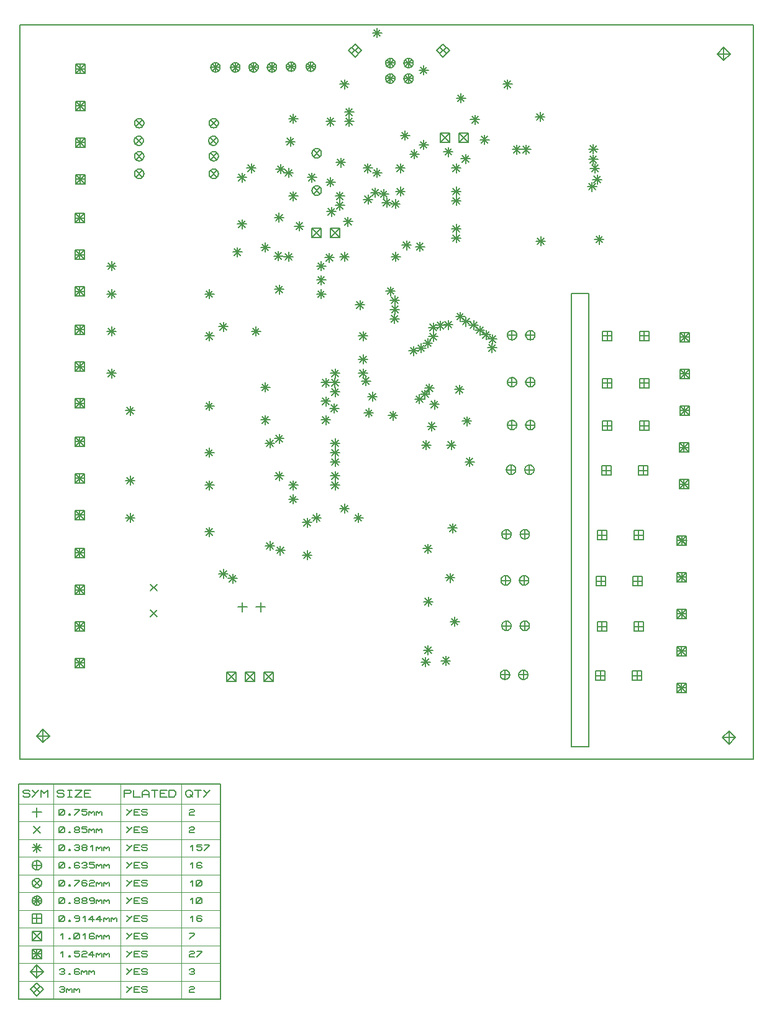
<source format=gbr>
G04 PROTEUS RS274X GERBER FILE*
%FSLAX45Y45*%
%MOMM*%
G01*
%ADD43C,0.203200*%
%ADD100C,0.127000*%
%ADD48C,0.063500*%
D43*
X-571500Y+1905000D02*
X-571500Y+1778000D01*
X-635000Y+1841500D02*
X-508000Y+1841500D01*
X-616401Y+1886401D02*
X-526599Y+1796599D01*
X-616401Y+1796599D02*
X-526599Y+1886401D01*
X-3746500Y+1778000D02*
X-3746500Y+1651000D01*
X-3810000Y+1714500D02*
X-3683000Y+1714500D01*
X-3791401Y+1759401D02*
X-3701599Y+1669599D01*
X-3791401Y+1669599D02*
X-3701599Y+1759401D01*
X-3492500Y-1143000D02*
X-3492500Y-1270000D01*
X-3556000Y-1206500D02*
X-3429000Y-1206500D01*
X-3537401Y-1161599D02*
X-3447599Y-1251401D01*
X-3537401Y-1251401D02*
X-3447599Y-1161599D01*
X-3746500Y+317500D02*
X-3746500Y+190500D01*
X-3810000Y+254000D02*
X-3683000Y+254000D01*
X-3791401Y+298901D02*
X-3701599Y+209099D01*
X-3791401Y+209099D02*
X-3701599Y+298901D01*
X-3746500Y+889000D02*
X-3746500Y+762000D01*
X-3810000Y+825500D02*
X-3683000Y+825500D01*
X-3791401Y+870401D02*
X-3701599Y+780599D01*
X-3791401Y+780599D02*
X-3701599Y+870401D01*
X-3746500Y+1397000D02*
X-3746500Y+1270000D01*
X-3810000Y+1333500D02*
X-3683000Y+1333500D01*
X-3791401Y+1378401D02*
X-3701599Y+1288599D01*
X-3791401Y+1288599D02*
X-3701599Y+1378401D01*
X-3492500Y-190500D02*
X-3492500Y-317500D01*
X-3556000Y-254000D02*
X-3429000Y-254000D01*
X-3537401Y-209099D02*
X-3447599Y-298901D01*
X-3537401Y-298901D02*
X-3447599Y-209099D01*
X-3492500Y-1651000D02*
X-3492500Y-1778000D01*
X-3556000Y-1714500D02*
X-3429000Y-1714500D01*
X-3537401Y-1669599D02*
X-3447599Y-1759401D01*
X-3537401Y-1759401D02*
X-3447599Y-1669599D01*
X-1460500Y-571500D02*
X-1460500Y-698500D01*
X-1524000Y-635000D02*
X-1397000Y-635000D01*
X-1505401Y-590099D02*
X-1415599Y-679901D01*
X-1505401Y-679901D02*
X-1415599Y-590099D01*
X-698500Y-762000D02*
X-698500Y-889000D01*
X-762000Y-825500D02*
X-635000Y-825500D01*
X-743401Y-780599D02*
X-653599Y-870401D01*
X-743401Y-870401D02*
X-653599Y-780599D01*
X-381000Y-1651000D02*
X-381000Y-1778000D01*
X-444500Y-1714500D02*
X-317500Y-1714500D01*
X-425901Y-1669599D02*
X-336099Y-1759401D01*
X-425901Y-1759401D02*
X-336099Y-1669599D01*
X-952500Y-1651000D02*
X-952500Y-1778000D01*
X-1016000Y-1714500D02*
X-889000Y-1714500D01*
X-997401Y-1669599D02*
X-907599Y-1759401D01*
X-997401Y-1759401D02*
X-907599Y-1669599D01*
X-190500Y+0D02*
X-190500Y-127000D01*
X-254000Y-63500D02*
X-127000Y-63500D01*
X-235401Y-18599D02*
X-145599Y-108401D01*
X-235401Y-108401D02*
X-145599Y-18599D01*
X-571500Y-1524000D02*
X-571500Y-1651000D01*
X-635000Y-1587500D02*
X-508000Y-1587500D01*
X-616401Y-1542599D02*
X-526599Y-1632401D01*
X-616401Y-1632401D02*
X-526599Y-1542599D01*
X-2222500Y-2413000D02*
X-2222500Y-2540000D01*
X-2286000Y-2476500D02*
X-2159000Y-2476500D01*
X-2267401Y-2431599D02*
X-2177599Y-2521401D01*
X-2267401Y-2521401D02*
X-2177599Y-2431599D01*
X-2222500Y+952500D02*
X-2222500Y+825500D01*
X-2286000Y+889000D02*
X-2159000Y+889000D01*
X-2267401Y+933901D02*
X-2177599Y+844099D01*
X-2267401Y+844099D02*
X-2177599Y+933901D01*
X-1460500Y+1460500D02*
X-1460500Y+1333500D01*
X-1524000Y+1397000D02*
X-1397000Y+1397000D01*
X-1505401Y+1441901D02*
X-1415599Y+1352099D01*
X-1505401Y+1352099D02*
X-1415599Y+1441901D01*
X-825500Y+190500D02*
X-825500Y+63500D01*
X-889000Y+127000D02*
X-762000Y+127000D01*
X-870401Y+171901D02*
X-780599Y+82099D01*
X-870401Y+82099D02*
X-780599Y+171901D01*
X-825500Y-63500D02*
X-825500Y-190500D01*
X-889000Y-127000D02*
X-762000Y-127000D01*
X-870401Y-82099D02*
X-780599Y-171901D01*
X-870401Y-171901D02*
X-780599Y-82099D01*
X-1651000Y+2032000D02*
X-1651000Y+1905000D01*
X-1714500Y+1968500D02*
X-1587500Y+1968500D01*
X-1695901Y+2013401D02*
X-1606099Y+1923599D01*
X-1695901Y+1923599D02*
X-1606099Y+2013401D01*
X-1333500Y+1905000D02*
X-1333500Y+1778000D01*
X-1397000Y+1841500D02*
X-1270000Y+1841500D01*
X-1378401Y+1886401D02*
X-1288599Y+1796599D01*
X-1378401Y+1796599D02*
X-1288599Y+1886401D01*
X-698500Y+317500D02*
X-698500Y+190500D01*
X-762000Y+254000D02*
X-635000Y+254000D01*
X-743401Y+298901D02*
X-653599Y+209099D01*
X-743401Y+209099D02*
X-653599Y+298901D01*
X-889000Y+1778000D02*
X-889000Y+1651000D01*
X-952500Y+1714500D02*
X-825500Y+1714500D01*
X-933901Y+1759401D02*
X-844099Y+1669599D01*
X-933901Y+1669599D02*
X-844099Y+1759401D01*
X-698500Y+63500D02*
X-698500Y-63500D01*
X-762000Y+0D02*
X-635000Y+0D01*
X-743401Y+44901D02*
X-653599Y-44901D01*
X-743401Y-44901D02*
X-653599Y+44901D01*
X-317500Y+508000D02*
X-317500Y+381000D01*
X-381000Y+444500D02*
X-254000Y+444500D01*
X-362401Y+489401D02*
X-272599Y+399599D01*
X-362401Y+399599D02*
X-272599Y+489401D01*
X-317500Y+825500D02*
X-317500Y+698500D01*
X-381000Y+762000D02*
X-254000Y+762000D01*
X-362401Y+806901D02*
X-272599Y+717099D01*
X-362401Y+717099D02*
X-272599Y+806901D01*
X-698500Y-1206500D02*
X-698500Y-1333500D01*
X-762000Y-1270000D02*
X-635000Y-1270000D01*
X-743401Y-1225099D02*
X-653599Y-1314901D01*
X-743401Y-1314901D02*
X-653599Y-1225099D01*
X-889000Y+1587500D02*
X-889000Y+1460500D01*
X-952500Y+1524000D02*
X-825500Y+1524000D01*
X-933901Y+1568901D02*
X-844099Y+1479099D01*
X-933901Y+1479099D02*
X-844099Y+1568901D01*
X-889000Y+1397000D02*
X-889000Y+1270000D01*
X-952500Y+1333500D02*
X-825500Y+1333500D01*
X-933901Y+1378401D02*
X-844099Y+1288599D01*
X-933901Y+1288599D02*
X-844099Y+1378401D01*
X-698500Y-1079500D02*
X-698500Y-1206500D01*
X-762000Y-1143000D02*
X-635000Y-1143000D01*
X-743401Y-1098099D02*
X-653599Y-1187901D01*
X-743401Y-1187901D02*
X-653599Y-1098099D01*
X-1270000Y-1206500D02*
X-1270000Y-1333500D01*
X-1333500Y-1270000D02*
X-1206500Y-1270000D01*
X-1314901Y-1225099D02*
X-1225099Y-1314901D01*
X-1314901Y-1314901D02*
X-1225099Y-1225099D01*
X-1587500Y-2032000D02*
X-1587500Y-2159000D01*
X-1651000Y-2095500D02*
X-1524000Y-2095500D01*
X-1632401Y-2050599D02*
X-1542599Y-2140401D01*
X-1632401Y-2140401D02*
X-1542599Y-2050599D01*
X+1651000Y+4254500D02*
X+1651000Y+4127500D01*
X+1587500Y+4191000D02*
X+1714500Y+4191000D01*
X+1606099Y+4235901D02*
X+1695901Y+4146099D01*
X+1606099Y+4146099D02*
X+1695901Y+4235901D01*
X-1270000Y+2730500D02*
X-1270000Y+2603500D01*
X-1333500Y+2667000D02*
X-1206500Y+2667000D01*
X-1314901Y+2711901D02*
X-1225099Y+2622099D01*
X-1314901Y+2622099D02*
X-1225099Y+2711901D01*
X+1016000Y+4064000D02*
X+1016000Y+3937000D01*
X+952500Y+4000500D02*
X+1079500Y+4000500D01*
X+971099Y+4045401D02*
X+1060901Y+3955599D01*
X+971099Y+3955599D02*
X+1060901Y+4045401D01*
X-1651000Y-317500D02*
X-1651000Y-444500D01*
X-1714500Y-381000D02*
X-1587500Y-381000D01*
X-1695901Y-336099D02*
X-1606099Y-425901D01*
X-1695901Y-425901D02*
X-1606099Y-336099D01*
X-1270000Y-1397000D02*
X-1270000Y-1524000D01*
X-1333500Y-1460500D02*
X-1206500Y-1460500D01*
X-1314901Y-1415599D02*
X-1225099Y-1505401D01*
X-1314901Y-1505401D02*
X-1225099Y-1415599D01*
X-1968500Y+2984500D02*
X-1968500Y+2857500D01*
X-2032000Y+2921000D02*
X-1905000Y+2921000D01*
X-2013401Y+2965901D02*
X-1923599Y+2876099D01*
X-2013401Y+2876099D02*
X-1923599Y+2965901D01*
X-2413000Y-1841500D02*
X-2413000Y-1968500D01*
X-2476500Y-1905000D02*
X-2349500Y-1905000D01*
X-2457901Y-1860099D02*
X-2368099Y-1949901D01*
X-2457901Y-1949901D02*
X-2368099Y-1860099D01*
X-2413000Y-127000D02*
X-2413000Y-254000D01*
X-2476500Y-190500D02*
X-2349500Y-190500D01*
X-2457901Y-145599D02*
X-2368099Y-235401D01*
X-2457901Y-235401D02*
X-2368099Y-145599D01*
X-2032000Y+1968500D02*
X-2032000Y+1841500D01*
X-2095500Y+1905000D02*
X-1968500Y+1905000D01*
X-2076901Y+1949901D02*
X-1987099Y+1860099D01*
X-2076901Y+1860099D02*
X-1987099Y+1949901D01*
X-1016000Y+2984500D02*
X-1016000Y+2857500D01*
X-1079500Y+2921000D02*
X-952500Y+2921000D01*
X-1060901Y+2965901D02*
X-971099Y+2876099D01*
X-1060901Y+2876099D02*
X-971099Y+2965901D01*
X-1968500Y+2349500D02*
X-1968500Y+2222500D01*
X-2032000Y+2286000D02*
X-1905000Y+2286000D01*
X-2013401Y+2330901D02*
X-1923599Y+2241099D01*
X-2013401Y+2241099D02*
X-1923599Y+2330901D01*
X-825500Y-317500D02*
X-825500Y-444500D01*
X-889000Y-381000D02*
X-762000Y-381000D01*
X-870401Y-336099D02*
X-780599Y-425901D01*
X-870401Y-425901D02*
X-780599Y-336099D01*
X-2413000Y+1397000D02*
X-2413000Y+1270000D01*
X-2476500Y+1333500D02*
X-2349500Y+1333500D01*
X-2457901Y+1378401D02*
X-2368099Y+1288599D01*
X-2457901Y+1288599D02*
X-2368099Y+1378401D01*
X-2413000Y-1206500D02*
X-2413000Y-1333500D01*
X-2476500Y-1270000D02*
X-2349500Y-1270000D01*
X-2457901Y-1225099D02*
X-2368099Y-1314901D01*
X-2457901Y-1314901D02*
X-2368099Y-1225099D01*
X-2413000Y-762000D02*
X-2413000Y-889000D01*
X-2476500Y-825500D02*
X-2349500Y-825500D01*
X-2457901Y-780599D02*
X-2368099Y-870401D01*
X-2457901Y-870401D02*
X-2368099Y-780599D01*
X-2413000Y+825500D02*
X-2413000Y+698500D01*
X-2476500Y+762000D02*
X-2349500Y+762000D01*
X-2457901Y+806901D02*
X-2368099Y+717099D01*
X-2457901Y+717099D02*
X-2368099Y+806901D01*
X-127000Y+3048000D02*
X-127000Y+2921000D01*
X-190500Y+2984500D02*
X-63500Y+2984500D01*
X-171901Y+3029401D02*
X-82099Y+2939599D01*
X-171901Y+2939599D02*
X-82099Y+3029401D01*
X-635000Y+2730500D02*
X-635000Y+2603500D01*
X-698500Y+2667000D02*
X-571500Y+2667000D01*
X-679901Y+2711901D02*
X-590099Y+2622099D01*
X-679901Y+2622099D02*
X-590099Y+2711901D01*
X-1333500Y+3048000D02*
X-1333500Y+2921000D01*
X-1397000Y+2984500D02*
X-1270000Y+2984500D01*
X-1378401Y+3029401D02*
X-1288599Y+2939599D01*
X-1378401Y+2939599D02*
X-1288599Y+3029401D01*
X-635000Y+2603500D02*
X-635000Y+2476500D01*
X-698500Y+2540000D02*
X-571500Y+2540000D01*
X-679901Y+2584901D02*
X-590099Y+2495099D01*
X-679901Y+2495099D02*
X-590099Y+2584901D01*
X+1079500Y+3238500D02*
X+1079500Y+3111500D01*
X+1016000Y+3175000D02*
X+1143000Y+3175000D01*
X+1034599Y+3219901D02*
X+1124401Y+3130099D01*
X+1034599Y+3130099D02*
X+1124401Y+3219901D01*
X+952500Y+2794000D02*
X+952500Y+2667000D01*
X+889000Y+2730500D02*
X+1016000Y+2730500D01*
X+907599Y+2775401D02*
X+997401Y+2685599D01*
X+907599Y+2685599D02*
X+997401Y+2775401D01*
X+381000Y+3302000D02*
X+381000Y+3175000D01*
X+317500Y+3238500D02*
X+444500Y+3238500D01*
X+336099Y+3283401D02*
X+425901Y+3193599D01*
X+336099Y+3193599D02*
X+425901Y+3283401D01*
X+952500Y+2667000D02*
X+952500Y+2540000D01*
X+889000Y+2603500D02*
X+1016000Y+2603500D01*
X+907599Y+2648401D02*
X+997401Y+2558599D01*
X+907599Y+2558599D02*
X+997401Y+2648401D01*
X+190500Y+3111500D02*
X+190500Y+2984500D01*
X+127000Y+3048000D02*
X+254000Y+3048000D01*
X+145599Y+3092901D02*
X+235401Y+3003099D01*
X+145599Y+3003099D02*
X+235401Y+3092901D01*
X+952500Y+3111500D02*
X+952500Y+2984500D01*
X+889000Y+3048000D02*
X+1016000Y+3048000D01*
X+907599Y+3092901D02*
X+997401Y+3003099D01*
X+907599Y+3003099D02*
X+997401Y+3092901D01*
X+508000Y+3429000D02*
X+508000Y+3302000D01*
X+444500Y+3365500D02*
X+571500Y+3365500D01*
X+463099Y+3410401D02*
X+552901Y+3320599D01*
X+463099Y+3320599D02*
X+552901Y+3410401D01*
X+254000Y+3556000D02*
X+254000Y+3429000D01*
X+190500Y+3492500D02*
X+317500Y+3492500D01*
X+209099Y+3537401D02*
X+298901Y+3447599D01*
X+209099Y+3447599D02*
X+298901Y+3537401D01*
X+952500Y+2159000D02*
X+952500Y+2032000D01*
X+889000Y+2095500D02*
X+1016000Y+2095500D01*
X+907599Y+2140401D02*
X+997401Y+2050599D01*
X+907599Y+2050599D02*
X+997401Y+2140401D01*
X-508000Y+3746500D02*
X-508000Y+3619500D01*
X-571500Y+3683000D02*
X-444500Y+3683000D01*
X-552901Y+3727901D02*
X-463099Y+3638099D01*
X-552901Y+3638099D02*
X-463099Y+3727901D01*
X-762000Y+3746500D02*
X-762000Y+3619500D01*
X-825500Y+3683000D02*
X-698500Y+3683000D01*
X-806901Y+3727901D02*
X-717099Y+3638099D01*
X-806901Y+3638099D02*
X-717099Y+3727901D01*
X-127000Y+4953000D02*
X-127000Y+4826000D01*
X-190500Y+4889500D02*
X-63500Y+4889500D01*
X-171901Y+4934401D02*
X-82099Y+4844599D01*
X-171901Y+4844599D02*
X-82099Y+4934401D01*
X-571500Y+4254500D02*
X-571500Y+4127500D01*
X-635000Y+4191000D02*
X-508000Y+4191000D01*
X-616401Y+4235901D02*
X-526599Y+4146099D01*
X-616401Y+4146099D02*
X-526599Y+4235901D01*
X-254000Y+3111500D02*
X-254000Y+2984500D01*
X-317500Y+3048000D02*
X-190500Y+3048000D01*
X-298901Y+3092901D02*
X-209099Y+3003099D01*
X-298901Y+3003099D02*
X-209099Y+3092901D01*
X-508000Y+3873500D02*
X-508000Y+3746500D01*
X-571500Y+3810000D02*
X-444500Y+3810000D01*
X-552901Y+3854901D02*
X-463099Y+3765099D01*
X-552901Y+3765099D02*
X-463099Y+3854901D01*
X+1905000Y+3365500D02*
X+1905000Y+3238500D01*
X+1841500Y+3302000D02*
X+1968500Y+3302000D01*
X+1860099Y+3346901D02*
X+1949901Y+3257099D01*
X+1860099Y+3257099D02*
X+1949901Y+3346901D01*
X-762000Y+2921000D02*
X-762000Y+2794000D01*
X-825500Y+2857500D02*
X-698500Y+2857500D01*
X-806901Y+2902401D02*
X-717099Y+2812599D01*
X-806901Y+2812599D02*
X-717099Y+2902401D01*
X-1778000Y+889000D02*
X-1778000Y+762000D01*
X-1841500Y+825500D02*
X-1714500Y+825500D01*
X-1822901Y+870401D02*
X-1733099Y+780599D01*
X-1822901Y+780599D02*
X-1733099Y+870401D01*
X-698500Y-635000D02*
X-698500Y-762000D01*
X-762000Y-698500D02*
X-635000Y-698500D01*
X-743401Y-653599D02*
X-653599Y-743401D01*
X-743401Y-743401D02*
X-653599Y-653599D01*
X-1079500Y-2159000D02*
X-1079500Y-2286000D01*
X-1143000Y-2222500D02*
X-1016000Y-2222500D01*
X-1124401Y-2177599D02*
X-1034599Y-2267401D01*
X-1124401Y-2267401D02*
X-1034599Y-2177599D01*
X+508000Y+4445000D02*
X+508000Y+4318000D01*
X+444500Y+4381500D02*
X+571500Y+4381500D01*
X+463099Y+4426401D02*
X+552901Y+4336599D01*
X+463099Y+4336599D02*
X+552901Y+4426401D01*
X-1587500Y-635000D02*
X-1587500Y-762000D01*
X-1651000Y-698500D02*
X-1524000Y-698500D01*
X-1632401Y-653599D02*
X-1542599Y-743401D01*
X-1632401Y-743401D02*
X-1542599Y-653599D01*
X-1460500Y-1079500D02*
X-1460500Y-1206500D01*
X-1524000Y-1143000D02*
X-1397000Y-1143000D01*
X-1505401Y-1098099D02*
X-1415599Y-1187901D01*
X-1505401Y-1187901D02*
X-1415599Y-1098099D01*
X-317500Y+317500D02*
X-317500Y+190500D01*
X-381000Y+254000D02*
X-254000Y+254000D01*
X-362401Y+298901D02*
X-272599Y+209099D01*
X-362401Y+209099D02*
X-272599Y+298901D01*
X+370000Y+623500D02*
X+370000Y+496500D01*
X+306500Y+560000D02*
X+433500Y+560000D01*
X+325099Y+604901D02*
X+414901Y+515099D01*
X+325099Y+515099D02*
X+414901Y+604901D01*
X+655517Y-105038D02*
X+655517Y-232038D01*
X+592017Y-168538D02*
X+719017Y-168538D01*
X+610616Y-123637D02*
X+700418Y-213439D01*
X+610616Y-213439D02*
X+700418Y-123637D01*
X+474168Y+660487D02*
X+474168Y+533487D01*
X+410668Y+596987D02*
X+537668Y+596987D01*
X+429267Y+641888D02*
X+519069Y+552086D01*
X+429267Y+552086D02*
X+519069Y+641888D01*
X+449931Y-34460D02*
X+449931Y-161460D01*
X+386431Y-97960D02*
X+513431Y-97960D01*
X+405030Y-53059D02*
X+494832Y-142861D01*
X+405030Y-142861D02*
X+494832Y-53059D01*
X+544842Y-659668D02*
X+544842Y-786668D01*
X+481342Y-723168D02*
X+608342Y-723168D01*
X+499941Y-678267D02*
X+589743Y-768069D01*
X+499941Y-768069D02*
X+589743Y-678267D01*
X+883810Y-659668D02*
X+883810Y-786668D01*
X+820310Y-723168D02*
X+947310Y-723168D01*
X+838909Y-678267D02*
X+928711Y-768069D01*
X+838909Y-768069D02*
X+928711Y-678267D01*
X+565210Y+727008D02*
X+565210Y+600008D01*
X+501710Y+663508D02*
X+628710Y+663508D01*
X+520309Y+708409D02*
X+610111Y+618607D01*
X+520309Y+618607D02*
X+610111Y+708409D01*
X+527073Y+31564D02*
X+527073Y-95436D01*
X+463573Y-31936D02*
X+590573Y-31936D01*
X+482172Y+12965D02*
X+571974Y-76837D01*
X+482172Y-76837D02*
X+571974Y+12965D01*
X+638407Y+817047D02*
X+638407Y+690047D01*
X+574907Y+753547D02*
X+701907Y+753547D01*
X+593506Y+798448D02*
X+683308Y+708646D01*
X+593506Y+708646D02*
X+683308Y+798448D01*
X+586306Y+114254D02*
X+586306Y-12746D01*
X+522806Y+50754D02*
X+649806Y+50754D01*
X+541405Y+95655D02*
X+631207Y+5853D01*
X+541405Y+5853D02*
X+631207Y+95655D01*
X+618446Y-405914D02*
X+618446Y-532914D01*
X+554946Y-469414D02*
X+681946Y-469414D01*
X+573545Y-424513D02*
X+663347Y-514315D01*
X+573545Y-514315D02*
X+663347Y-424513D01*
X+564776Y-2069205D02*
X+564776Y-2196205D01*
X+501276Y-2132705D02*
X+628276Y-2132705D01*
X+519875Y-2087804D02*
X+609677Y-2177606D01*
X+519875Y-2177606D02*
X+609677Y-2087804D01*
X+638888Y+941533D02*
X+638888Y+814533D01*
X+575388Y+878033D02*
X+702388Y+878033D01*
X+593987Y+922934D02*
X+683789Y+833132D01*
X+593987Y+833132D02*
X+683789Y+922934D01*
X+572518Y-2792220D02*
X+572518Y-2919220D01*
X+509018Y-2855720D02*
X+636018Y-2855720D01*
X+527617Y-2810819D02*
X+617419Y-2900621D01*
X+527617Y-2900621D02*
X+617419Y-2810819D01*
X+736506Y+969857D02*
X+736506Y+842857D01*
X+673006Y+906357D02*
X+800006Y+906357D01*
X+691605Y+951258D02*
X+781407Y+861456D01*
X+691605Y+861456D02*
X+781407Y+951258D01*
X+570085Y-3451909D02*
X+570085Y-3578909D01*
X+506585Y-3515409D02*
X+633585Y-3515409D01*
X+525184Y-3470508D02*
X+614986Y-3560310D01*
X+525184Y-3560310D02*
X+614986Y-3470508D01*
X+841984Y+979963D02*
X+841984Y+852963D01*
X+778484Y+916463D02*
X+905484Y+916463D01*
X+797083Y+961364D02*
X+886885Y+871562D01*
X+797083Y+871562D02*
X+886885Y+961364D01*
X+534981Y-3614630D02*
X+534981Y-3741630D01*
X+471481Y-3678130D02*
X+598481Y-3678130D01*
X+490080Y-3633229D02*
X+579882Y-3723031D01*
X+490080Y-3723031D02*
X+579882Y-3633229D01*
X+1007245Y+1089252D02*
X+1007245Y+962252D01*
X+943745Y+1025752D02*
X+1070745Y+1025752D01*
X+962344Y+1070653D02*
X+1052146Y+980851D01*
X+962344Y+980851D02*
X+1052146Y+1070653D01*
X+996335Y+96383D02*
X+996335Y-30617D01*
X+932835Y+32883D02*
X+1059835Y+32883D01*
X+951434Y+77784D02*
X+1041236Y-12018D01*
X+951434Y-12018D02*
X+1041236Y+77784D01*
X+1086093Y+1022044D02*
X+1086093Y+895044D01*
X+1022593Y+958544D02*
X+1149593Y+958544D01*
X+1041192Y+1003445D02*
X+1130994Y+913643D01*
X+1041192Y+913643D02*
X+1130994Y+1003445D01*
X+1098652Y-332426D02*
X+1098652Y-459426D01*
X+1035152Y-395926D02*
X+1162152Y-395926D01*
X+1053751Y-351025D02*
X+1143553Y-440827D01*
X+1053751Y-440827D02*
X+1143553Y-351025D01*
X+1188967Y+973709D02*
X+1188967Y+846709D01*
X+1125467Y+910209D02*
X+1252467Y+910209D01*
X+1144066Y+955110D02*
X+1233868Y+865308D01*
X+1144066Y+865308D02*
X+1233868Y+955110D01*
X+1134885Y-887510D02*
X+1134885Y-1014510D01*
X+1071385Y-951010D02*
X+1198385Y-951010D01*
X+1089984Y-906109D02*
X+1179786Y-995911D01*
X+1089984Y-995911D02*
X+1179786Y-906109D01*
X+1274328Y+904204D02*
X+1274328Y+777204D01*
X+1210828Y+840704D02*
X+1337828Y+840704D01*
X+1229427Y+885605D02*
X+1319229Y+795803D01*
X+1229427Y+795803D02*
X+1319229Y+885605D01*
X+904105Y-1791526D02*
X+904105Y-1918526D01*
X+840605Y-1855026D02*
X+967605Y-1855026D01*
X+859204Y-1810125D02*
X+949006Y-1899927D01*
X+859204Y-1899927D02*
X+949006Y-1810125D01*
X+2095500Y+3810000D02*
X+2095500Y+3683000D01*
X+2032000Y+3746500D02*
X+2159000Y+3746500D01*
X+2050599Y+3791401D02*
X+2140401Y+3701599D01*
X+2050599Y+3701599D02*
X+2140401Y+3791401D01*
X+2105500Y+2115500D02*
X+2105500Y+1988500D01*
X+2042000Y+2052000D02*
X+2169000Y+2052000D01*
X+2060599Y+2096901D02*
X+2150401Y+2007099D01*
X+2060599Y+2007099D02*
X+2150401Y+2096901D01*
X+1359671Y+841612D02*
X+1359671Y+714612D01*
X+1296171Y+778112D02*
X+1423171Y+778112D01*
X+1314770Y+823013D02*
X+1404572Y+733211D01*
X+1314770Y+733211D02*
X+1404572Y+823013D01*
X+869417Y-2466770D02*
X+869417Y-2593770D01*
X+805917Y-2530270D02*
X+932917Y-2530270D01*
X+824516Y-2485369D02*
X+914318Y-2575171D01*
X+824516Y-2575171D02*
X+914318Y-2485369D01*
X+1445885Y+783581D02*
X+1445885Y+656581D01*
X+1382385Y+720081D02*
X+1509385Y+720081D01*
X+1400984Y+764982D02*
X+1490786Y+675180D01*
X+1400984Y+675180D02*
X+1490786Y+764982D01*
X+811026Y-3596124D02*
X+811026Y-3723124D01*
X+747526Y-3659624D02*
X+874526Y-3659624D01*
X+766125Y-3614723D02*
X+855927Y-3704525D01*
X+766125Y-3704525D02*
X+855927Y-3614723D01*
X+1441050Y+664549D02*
X+1441050Y+537549D01*
X+1377550Y+601049D02*
X+1504550Y+601049D01*
X+1396149Y+645950D02*
X+1485951Y+556148D01*
X+1396149Y+556148D02*
X+1485951Y+645950D01*
X+930569Y-3065287D02*
X+930569Y-3192287D01*
X+867069Y-3128787D02*
X+994069Y-3128787D01*
X+885668Y-3083886D02*
X+975470Y-3173688D01*
X+885668Y-3173688D02*
X+975470Y-3083886D01*
X+2821226Y+3371417D02*
X+2821226Y+3244417D01*
X+2757726Y+3307917D02*
X+2884726Y+3307917D01*
X+2776325Y+3352818D02*
X+2866127Y+3263016D01*
X+2776325Y+3263016D02*
X+2866127Y+3352818D01*
X+2819699Y+3229870D02*
X+2819699Y+3102870D01*
X+2756199Y+3166370D02*
X+2883199Y+3166370D01*
X+2774798Y+3211271D02*
X+2864600Y+3121469D01*
X+2774798Y+3121469D02*
X+2864600Y+3211271D01*
X+2842404Y+3107565D02*
X+2842404Y+2980565D01*
X+2778904Y+3044065D02*
X+2905904Y+3044065D01*
X+2797503Y+3088966D02*
X+2887305Y+2999164D01*
X+2797503Y+2999164D02*
X+2887305Y+3088966D01*
X+2874954Y+2956844D02*
X+2874954Y+2829844D01*
X+2811454Y+2893344D02*
X+2938454Y+2893344D01*
X+2830053Y+2938245D02*
X+2919855Y+2848443D01*
X+2830053Y+2848443D02*
X+2919855Y+2938245D01*
X+2803946Y+2859342D02*
X+2803946Y+2732342D01*
X+2740446Y+2795842D02*
X+2867446Y+2795842D01*
X+2759045Y+2840743D02*
X+2848847Y+2750941D01*
X+2759045Y+2750941D02*
X+2848847Y+2840743D01*
X+2902313Y+2139138D02*
X+2902313Y+2012138D01*
X+2838813Y+2075638D02*
X+2965813Y+2075638D01*
X+2857412Y+2120539D02*
X+2947214Y+2030737D01*
X+2857412Y+2030737D02*
X+2947214Y+2120539D01*
X+456766Y+2042675D02*
X+456766Y+1915675D01*
X+393266Y+1979175D02*
X+520266Y+1979175D01*
X+411865Y+2024076D02*
X+501667Y+1934274D01*
X+411865Y+1934274D02*
X+501667Y+2024076D01*
X-1270000Y+3783500D02*
X-1270000Y+3656500D01*
X-1333500Y+3720000D02*
X-1206500Y+3720000D01*
X-1314901Y+3764901D02*
X-1225099Y+3675099D01*
X-1314901Y+3675099D02*
X-1225099Y+3764901D01*
X+190500Y+2794000D02*
X+190500Y+2667000D01*
X+127000Y+2730500D02*
X+254000Y+2730500D01*
X+145599Y+2775401D02*
X+235401Y+2685599D01*
X+145599Y+2685599D02*
X+235401Y+2775401D01*
X+4030000Y-1956740D02*
X+4030000Y-2083740D01*
X+3966500Y-2020240D02*
X+4093500Y-2020240D01*
X+3985099Y-1975339D02*
X+4074901Y-2065141D01*
X+3985099Y-2065141D02*
X+4074901Y-1975339D01*
X+1778000Y+3365500D02*
X+1778000Y+3238500D01*
X+1714500Y+3302000D02*
X+1841500Y+3302000D01*
X+1733099Y+3346901D02*
X+1822901Y+3257099D01*
X+1733099Y+3257099D02*
X+1822901Y+3346901D01*
X+127000Y+1905000D02*
X+127000Y+1778000D01*
X+63500Y+1841500D02*
X+190500Y+1841500D01*
X+82099Y+1886401D02*
X+171901Y+1796599D01*
X+82099Y+1796599D02*
X+171901Y+1886401D01*
X+276499Y+2064007D02*
X+276499Y+1937007D01*
X+212999Y+2000507D02*
X+339999Y+2000507D01*
X+231598Y+2045408D02*
X+321400Y+1955606D01*
X+231598Y+1955606D02*
X+321400Y+2045408D01*
X+952500Y+2286000D02*
X+952500Y+2159000D01*
X+889000Y+2222500D02*
X+1016000Y+2222500D01*
X+907599Y+2267401D02*
X+997401Y+2177599D01*
X+907599Y+2177599D02*
X+997401Y+2267401D01*
X+123884Y+2624242D02*
X+123884Y+2497242D01*
X+60384Y+2560742D02*
X+187384Y+2560742D01*
X+78983Y+2605643D02*
X+168785Y+2515841D01*
X+78983Y+2515841D02*
X+168785Y+2605643D01*
X+57290Y+1437753D02*
X+57290Y+1310753D01*
X-6210Y+1374253D02*
X+120790Y+1374253D01*
X+12389Y+1419154D02*
X+102191Y+1329352D01*
X+12389Y+1329352D02*
X+102191Y+1419154D01*
X+3439Y+2643429D02*
X+3439Y+2516429D01*
X-60061Y+2579929D02*
X+66939Y+2579929D01*
X-41462Y+2624830D02*
X+48340Y+2535028D01*
X-41462Y+2535028D02*
X+48340Y+2624830D01*
X+114134Y+1312099D02*
X+114134Y+1185099D01*
X+50634Y+1248599D02*
X+177634Y+1248599D01*
X+69233Y+1293500D02*
X+159035Y+1203698D01*
X+69233Y+1203698D02*
X+159035Y+1293500D01*
X-33537Y+2759673D02*
X-33537Y+2632673D01*
X-97037Y+2696173D02*
X+29963Y+2696173D01*
X-78438Y+2741074D02*
X+11364Y+2651272D01*
X-78438Y+2651272D02*
X+11364Y+2741074D01*
X+117377Y+1187235D02*
X+117377Y+1060235D01*
X+53877Y+1123735D02*
X+180877Y+1123735D01*
X+72476Y+1168636D02*
X+162278Y+1078834D01*
X+72476Y+1078834D02*
X+162278Y+1168636D01*
X-151661Y+2778659D02*
X-151661Y+2651659D01*
X-215161Y+2715159D02*
X-88161Y+2715159D01*
X-196562Y+2760060D02*
X-106760Y+2670258D01*
X-196562Y+2670258D02*
X-106760Y+2760060D01*
X+113012Y+1059794D02*
X+113012Y+932794D01*
X+49512Y+996294D02*
X+176512Y+996294D01*
X+68111Y+1041195D02*
X+157913Y+951393D01*
X+68111Y+951393D02*
X+157913Y+1041195D01*
X-249339Y+2684473D02*
X-249339Y+2557473D01*
X-312839Y+2620973D02*
X-185839Y+2620973D01*
X-294240Y+2665874D02*
X-204438Y+2576072D01*
X-294240Y+2576072D02*
X-204438Y+2665874D01*
X-358424Y+1248036D02*
X-358424Y+1121036D01*
X-421924Y+1184536D02*
X-294924Y+1184536D01*
X-403325Y+1229437D02*
X-313523Y+1139635D01*
X-403325Y+1139635D02*
X-313523Y+1229437D01*
X-747954Y+2517738D02*
X-747954Y+2390738D01*
X-811454Y+2454238D02*
X-684454Y+2454238D01*
X-792855Y+2499139D02*
X-703053Y+2409337D01*
X-792855Y+2409337D02*
X-703053Y+2499139D01*
X-776473Y+1891815D02*
X-776473Y+1764815D01*
X-839973Y+1828315D02*
X-712973Y+1828315D01*
X-821374Y+1873216D02*
X-731572Y+1783414D01*
X-821374Y+1783414D02*
X-731572Y+1873216D01*
X-1187535Y+2321283D02*
X-1187535Y+2194283D01*
X-1251035Y+2257783D02*
X-1124035Y+2257783D01*
X-1232436Y+2302684D02*
X-1142634Y+2212882D01*
X-1232436Y+2212882D02*
X-1142634Y+2302684D01*
X-1651000Y+127000D02*
X-1651000Y+0D01*
X-1714500Y+63500D02*
X-1587500Y+63500D01*
X-1695901Y+108401D02*
X-1606099Y+18599D01*
X-1695901Y+18599D02*
X-1606099Y+108401D01*
X-698500Y-889000D02*
X-698500Y-1016000D01*
X-762000Y-952500D02*
X-635000Y-952500D01*
X-743401Y-907599D02*
X-653599Y-997401D01*
X-743401Y-997401D02*
X-653599Y-907599D01*
X-712013Y-159067D02*
X-712013Y-286067D01*
X-775513Y-222567D02*
X-648513Y-222567D01*
X-756914Y-177666D02*
X-667112Y-267468D01*
X-756914Y-267468D02*
X-667112Y-177666D01*
X-700984Y+190586D02*
X-700984Y+63586D01*
X-764484Y+127086D02*
X-637484Y+127086D01*
X-745885Y+171987D02*
X-656083Y+82185D01*
X-745885Y+82185D02*
X-656083Y+171987D01*
X-622829Y+3190017D02*
X-622829Y+3063017D01*
X-686329Y+3126517D02*
X-559329Y+3126517D01*
X-667730Y+3171418D02*
X-577928Y+3081616D01*
X-667730Y+3081616D02*
X-577928Y+3171418D01*
X-280000Y+213500D02*
X-280000Y+86500D01*
X-343500Y+150000D02*
X-216500Y+150000D01*
X-324901Y+194901D02*
X-235099Y+105099D01*
X-324901Y+105099D02*
X-235099Y+194901D01*
X-238445Y-219989D02*
X-238445Y-346989D01*
X-301945Y-283489D02*
X-174945Y-283489D01*
X-283346Y-238588D02*
X-193544Y-328390D01*
X-283346Y-328390D02*
X-193544Y-238588D01*
X-1079500Y-1714500D02*
X-1079500Y-1841500D01*
X-1143000Y-1778000D02*
X-1016000Y-1778000D01*
X-1124401Y-1733099D02*
X-1034599Y-1822901D01*
X-1124401Y-1822901D02*
X-1034599Y-1733099D01*
X-1446296Y-2093085D02*
X-1446296Y-2220085D01*
X-1509796Y-2156585D02*
X-1382796Y-2156585D01*
X-1491197Y-2111684D02*
X-1401395Y-2201486D01*
X-1491197Y-2201486D02*
X-1401395Y-2111684D01*
X-1461945Y+2437907D02*
X-1461945Y+2310907D01*
X-1525445Y+2374407D02*
X-1398445Y+2374407D01*
X-1506846Y+2419308D02*
X-1417044Y+2329506D01*
X-1506846Y+2329506D02*
X-1417044Y+2419308D01*
X-1472987Y+1915154D02*
X-1472987Y+1788154D01*
X-1536487Y+1851654D02*
X-1409487Y+1851654D01*
X-1517888Y+1896555D02*
X-1428086Y+1806753D01*
X-1517888Y+1806753D02*
X-1428086Y+1896555D01*
X+90500Y-256500D02*
X+90500Y-383500D01*
X+27000Y-320000D02*
X+154000Y-320000D01*
X+45599Y-275099D02*
X+135401Y-364901D01*
X+45599Y-364901D02*
X+135401Y-275099D01*
X-2095500Y-2476500D02*
X-2095500Y-2603500D01*
X-2159000Y-2540000D02*
X-2032000Y-2540000D01*
X-2140401Y-2495099D02*
X-2050599Y-2584901D01*
X-2140401Y-2584901D02*
X-2050599Y-2495099D01*
X-1841500Y+3111500D02*
X-1841500Y+2984500D01*
X-1905000Y+3048000D02*
X-1778000Y+3048000D01*
X-1886401Y+3092901D02*
X-1796599Y+3003099D01*
X-1886401Y+3003099D02*
X-1796599Y+3092901D01*
X-522521Y+2383714D02*
X-522521Y+2256714D01*
X-586021Y+2320214D02*
X-459021Y+2320214D01*
X-567422Y+2365115D02*
X-477620Y+2275313D01*
X-567422Y+2275313D02*
X-477620Y+2365115D01*
X-1441114Y+3098202D02*
X-1441114Y+2971202D01*
X-1504614Y+3034702D02*
X-1377614Y+3034702D01*
X-1486015Y+3079603D02*
X-1396213Y+2989801D01*
X-1486015Y+2989801D02*
X-1396213Y+3079603D01*
X-1308462Y+3471962D02*
X-1308462Y+3344962D01*
X-1371962Y+3408462D02*
X-1244962Y+3408462D01*
X-1353363Y+3453363D02*
X-1263561Y+3363561D01*
X-1353363Y+3363561D02*
X-1263561Y+3453363D01*
X+845423Y+3333296D02*
X+845423Y+3206296D01*
X+781923Y+3269796D02*
X+908923Y+3269796D01*
X+800522Y+3314697D02*
X+890324Y+3224895D01*
X+800522Y+3224895D02*
X+890324Y+3314697D01*
X+1336986Y+3497658D02*
X+1336986Y+3370658D01*
X+1273486Y+3434158D02*
X+1400486Y+3434158D01*
X+1292085Y+3479059D02*
X+1381887Y+3389257D01*
X+1292085Y+3389257D02*
X+1381887Y+3479059D01*
X+1209379Y+3771462D02*
X+1209379Y+3644462D01*
X+1145879Y+3707962D02*
X+1272879Y+3707962D01*
X+1164478Y+3752863D02*
X+1254280Y+3663061D01*
X+1164478Y+3663061D02*
X+1254280Y+3752863D01*
X+116500Y+4268000D02*
X+116283Y+4273247D01*
X+114518Y+4283742D01*
X+110826Y+4294237D01*
X+104798Y+4304732D01*
X+95576Y+4315112D01*
X+85081Y+4322800D01*
X+74586Y+4327718D01*
X+64091Y+4330524D01*
X+53596Y+4331497D01*
X+53000Y+4331500D01*
X-10500Y+4268000D02*
X-10283Y+4273247D01*
X-8518Y+4283742D01*
X-4826Y+4294237D01*
X+1202Y+4304732D01*
X+10424Y+4315112D01*
X+20919Y+4322800D01*
X+31414Y+4327718D01*
X+41909Y+4330524D01*
X+52404Y+4331497D01*
X+53000Y+4331500D01*
X-10500Y+4268000D02*
X-10283Y+4262753D01*
X-8518Y+4252258D01*
X-4826Y+4241763D01*
X+1202Y+4231268D01*
X+10424Y+4220888D01*
X+20919Y+4213200D01*
X+31414Y+4208282D01*
X+41909Y+4205476D01*
X+52404Y+4204503D01*
X+53000Y+4204500D01*
X+116500Y+4268000D02*
X+116283Y+4262753D01*
X+114518Y+4252258D01*
X+110826Y+4241763D01*
X+104798Y+4231268D01*
X+95576Y+4220888D01*
X+85081Y+4213200D01*
X+74586Y+4208282D01*
X+64091Y+4205476D01*
X+53596Y+4204503D01*
X+53000Y+4204500D01*
X+53000Y+4331500D02*
X+53000Y+4204500D01*
X-10500Y+4268000D02*
X+116500Y+4268000D01*
X+116283Y+4273247D01*
X+114518Y+4283742D01*
X+110826Y+4294237D01*
X+104798Y+4304732D01*
X+95576Y+4315112D01*
X+85081Y+4322800D01*
X+74586Y+4327718D01*
X+64091Y+4330524D01*
X+53596Y+4331497D01*
X+53000Y+4331500D01*
X-10500Y+4268000D02*
X-10283Y+4273247D01*
X-8518Y+4283742D01*
X-4826Y+4294237D01*
X+1202Y+4304732D01*
X+10424Y+4315112D01*
X+20919Y+4322800D01*
X+31414Y+4327718D01*
X+41909Y+4330524D01*
X+52404Y+4331497D01*
X+53000Y+4331500D01*
X-10500Y+4268000D02*
X-10283Y+4262753D01*
X-8518Y+4252258D01*
X-4826Y+4241763D01*
X+1202Y+4231268D01*
X+10424Y+4220888D01*
X+20919Y+4213200D01*
X+31414Y+4208282D01*
X+41909Y+4205476D01*
X+52404Y+4204503D01*
X+53000Y+4204500D01*
X+116500Y+4268000D02*
X+116283Y+4262753D01*
X+114518Y+4252258D01*
X+110826Y+4241763D01*
X+104798Y+4231268D01*
X+95576Y+4220888D01*
X+85081Y+4213200D01*
X+74586Y+4208282D01*
X+64091Y+4205476D01*
X+53596Y+4204503D01*
X+53000Y+4204500D01*
X+8099Y+4312901D02*
X+97901Y+4223099D01*
X+8099Y+4223099D02*
X+97901Y+4312901D01*
X+365420Y+4268000D02*
X+365203Y+4273247D01*
X+363438Y+4283742D01*
X+359746Y+4294237D01*
X+353718Y+4304732D01*
X+344496Y+4315112D01*
X+334001Y+4322800D01*
X+323506Y+4327718D01*
X+313011Y+4330524D01*
X+302516Y+4331497D01*
X+301920Y+4331500D01*
X+238420Y+4268000D02*
X+238637Y+4273247D01*
X+240402Y+4283742D01*
X+244094Y+4294237D01*
X+250122Y+4304732D01*
X+259344Y+4315112D01*
X+269839Y+4322800D01*
X+280334Y+4327718D01*
X+290829Y+4330524D01*
X+301324Y+4331497D01*
X+301920Y+4331500D01*
X+238420Y+4268000D02*
X+238637Y+4262753D01*
X+240402Y+4252258D01*
X+244094Y+4241763D01*
X+250122Y+4231268D01*
X+259344Y+4220888D01*
X+269839Y+4213200D01*
X+280334Y+4208282D01*
X+290829Y+4205476D01*
X+301324Y+4204503D01*
X+301920Y+4204500D01*
X+365420Y+4268000D02*
X+365203Y+4262753D01*
X+363438Y+4252258D01*
X+359746Y+4241763D01*
X+353718Y+4231268D01*
X+344496Y+4220888D01*
X+334001Y+4213200D01*
X+323506Y+4208282D01*
X+313011Y+4205476D01*
X+302516Y+4204503D01*
X+301920Y+4204500D01*
X+301920Y+4331500D02*
X+301920Y+4204500D01*
X+238420Y+4268000D02*
X+365420Y+4268000D01*
X+365203Y+4273247D01*
X+363438Y+4283742D01*
X+359746Y+4294237D01*
X+353718Y+4304732D01*
X+344496Y+4315112D01*
X+334001Y+4322800D01*
X+323506Y+4327718D01*
X+313011Y+4330524D01*
X+302516Y+4331497D01*
X+301920Y+4331500D01*
X+238420Y+4268000D02*
X+238637Y+4273247D01*
X+240402Y+4283742D01*
X+244094Y+4294237D01*
X+250122Y+4304732D01*
X+259344Y+4315112D01*
X+269839Y+4322800D01*
X+280334Y+4327718D01*
X+290829Y+4330524D01*
X+301324Y+4331497D01*
X+301920Y+4331500D01*
X+238420Y+4268000D02*
X+238637Y+4262753D01*
X+240402Y+4252258D01*
X+244094Y+4241763D01*
X+250122Y+4231268D01*
X+259344Y+4220888D01*
X+269839Y+4213200D01*
X+280334Y+4208282D01*
X+290829Y+4205476D01*
X+301324Y+4204503D01*
X+301920Y+4204500D01*
X+365420Y+4268000D02*
X+365203Y+4262753D01*
X+363438Y+4252258D01*
X+359746Y+4241763D01*
X+353718Y+4231268D01*
X+344496Y+4220888D01*
X+334001Y+4213200D01*
X+323506Y+4208282D01*
X+313011Y+4205476D01*
X+302516Y+4204503D01*
X+301920Y+4204500D01*
X+257019Y+4312901D02*
X+346821Y+4223099D01*
X+257019Y+4223099D02*
X+346821Y+4312901D01*
X+365420Y+4479780D02*
X+365203Y+4485027D01*
X+363438Y+4495522D01*
X+359746Y+4506017D01*
X+353718Y+4516512D01*
X+344496Y+4526892D01*
X+334001Y+4534580D01*
X+323506Y+4539498D01*
X+313011Y+4542304D01*
X+302516Y+4543277D01*
X+301920Y+4543280D01*
X+238420Y+4479780D02*
X+238637Y+4485027D01*
X+240402Y+4495522D01*
X+244094Y+4506017D01*
X+250122Y+4516512D01*
X+259344Y+4526892D01*
X+269839Y+4534580D01*
X+280334Y+4539498D01*
X+290829Y+4542304D01*
X+301324Y+4543277D01*
X+301920Y+4543280D01*
X+238420Y+4479780D02*
X+238637Y+4474533D01*
X+240402Y+4464038D01*
X+244094Y+4453543D01*
X+250122Y+4443048D01*
X+259344Y+4432668D01*
X+269839Y+4424980D01*
X+280334Y+4420062D01*
X+290829Y+4417256D01*
X+301324Y+4416283D01*
X+301920Y+4416280D01*
X+365420Y+4479780D02*
X+365203Y+4474533D01*
X+363438Y+4464038D01*
X+359746Y+4453543D01*
X+353718Y+4443048D01*
X+344496Y+4432668D01*
X+334001Y+4424980D01*
X+323506Y+4420062D01*
X+313011Y+4417256D01*
X+302516Y+4416283D01*
X+301920Y+4416280D01*
X+301920Y+4543280D02*
X+301920Y+4416280D01*
X+238420Y+4479780D02*
X+365420Y+4479780D01*
X+365203Y+4485027D01*
X+363438Y+4495522D01*
X+359746Y+4506017D01*
X+353718Y+4516512D01*
X+344496Y+4526892D01*
X+334001Y+4534580D01*
X+323506Y+4539498D01*
X+313011Y+4542304D01*
X+302516Y+4543277D01*
X+301920Y+4543280D01*
X+238420Y+4479780D02*
X+238637Y+4485027D01*
X+240402Y+4495522D01*
X+244094Y+4506017D01*
X+250122Y+4516512D01*
X+259344Y+4526892D01*
X+269839Y+4534580D01*
X+280334Y+4539498D01*
X+290829Y+4542304D01*
X+301324Y+4543277D01*
X+301920Y+4543280D01*
X+238420Y+4479780D02*
X+238637Y+4474533D01*
X+240402Y+4464038D01*
X+244094Y+4453543D01*
X+250122Y+4443048D01*
X+259344Y+4432668D01*
X+269839Y+4424980D01*
X+280334Y+4420062D01*
X+290829Y+4417256D01*
X+301324Y+4416283D01*
X+301920Y+4416280D01*
X+365420Y+4479780D02*
X+365203Y+4474533D01*
X+363438Y+4464038D01*
X+359746Y+4453543D01*
X+353718Y+4443048D01*
X+344496Y+4432668D01*
X+334001Y+4424980D01*
X+323506Y+4420062D01*
X+313011Y+4417256D01*
X+302516Y+4416283D01*
X+301920Y+4416280D01*
X+257019Y+4524681D02*
X+346821Y+4434879D01*
X+257019Y+4434879D02*
X+346821Y+4524681D01*
X+116500Y+4479780D02*
X+116283Y+4485027D01*
X+114518Y+4495522D01*
X+110826Y+4506017D01*
X+104798Y+4516512D01*
X+95576Y+4526892D01*
X+85081Y+4534580D01*
X+74586Y+4539498D01*
X+64091Y+4542304D01*
X+53596Y+4543277D01*
X+53000Y+4543280D01*
X-10500Y+4479780D02*
X-10283Y+4485027D01*
X-8518Y+4495522D01*
X-4826Y+4506017D01*
X+1202Y+4516512D01*
X+10424Y+4526892D01*
X+20919Y+4534580D01*
X+31414Y+4539498D01*
X+41909Y+4542304D01*
X+52404Y+4543277D01*
X+53000Y+4543280D01*
X-10500Y+4479780D02*
X-10283Y+4474533D01*
X-8518Y+4464038D01*
X-4826Y+4453543D01*
X+1202Y+4443048D01*
X+10424Y+4432668D01*
X+20919Y+4424980D01*
X+31414Y+4420062D01*
X+41909Y+4417256D01*
X+52404Y+4416283D01*
X+53000Y+4416280D01*
X+116500Y+4479780D02*
X+116283Y+4474533D01*
X+114518Y+4464038D01*
X+110826Y+4453543D01*
X+104798Y+4443048D01*
X+95576Y+4432668D01*
X+85081Y+4424980D01*
X+74586Y+4420062D01*
X+64091Y+4417256D01*
X+53596Y+4416283D01*
X+53000Y+4416280D01*
X+53000Y+4543280D02*
X+53000Y+4416280D01*
X-10500Y+4479780D02*
X+116500Y+4479780D01*
X+116283Y+4485027D01*
X+114518Y+4495522D01*
X+110826Y+4506017D01*
X+104798Y+4516512D01*
X+95576Y+4526892D01*
X+85081Y+4534580D01*
X+74586Y+4539498D01*
X+64091Y+4542304D01*
X+53596Y+4543277D01*
X+53000Y+4543280D01*
X-10500Y+4479780D02*
X-10283Y+4485027D01*
X-8518Y+4495522D01*
X-4826Y+4506017D01*
X+1202Y+4516512D01*
X+10424Y+4526892D01*
X+20919Y+4534580D01*
X+31414Y+4539498D01*
X+41909Y+4542304D01*
X+52404Y+4543277D01*
X+53000Y+4543280D01*
X-10500Y+4479780D02*
X-10283Y+4474533D01*
X-8518Y+4464038D01*
X-4826Y+4453543D01*
X+1202Y+4443048D01*
X+10424Y+4432668D01*
X+20919Y+4424980D01*
X+31414Y+4420062D01*
X+41909Y+4417256D01*
X+52404Y+4416283D01*
X+53000Y+4416280D01*
X+116500Y+4479780D02*
X+116283Y+4474533D01*
X+114518Y+4464038D01*
X+110826Y+4453543D01*
X+104798Y+4443048D01*
X+95576Y+4432668D01*
X+85081Y+4424980D01*
X+74586Y+4420062D01*
X+64091Y+4417256D01*
X+53596Y+4416283D01*
X+53000Y+4416280D01*
X+8099Y+4524681D02*
X+97901Y+4434879D01*
X+8099Y+4434879D02*
X+97901Y+4524681D01*
X-471901Y+4694681D02*
X-382099Y+4604879D01*
X-471901Y+4604879D02*
X-382099Y+4694681D01*
X-427000Y+4559977D02*
X-337197Y+4649780D01*
X-427000Y+4739582D01*
X-516803Y+4649780D01*
X-427000Y+4559977D01*
X+728099Y+4694681D02*
X+817901Y+4604879D01*
X+728099Y+4604879D02*
X+817901Y+4694681D01*
X+773000Y+4559977D02*
X+862803Y+4649780D01*
X+773000Y+4739582D01*
X+683197Y+4649780D01*
X+773000Y+4559977D01*
X-4179620Y+2432500D02*
X-4179620Y+2305500D01*
X-4243120Y+2369000D02*
X-4116120Y+2369000D01*
X-4243120Y+2305500D02*
X-4116120Y+2305500D01*
X-4116120Y+2432500D01*
X-4243120Y+2432500D01*
X-4243120Y+2305500D01*
X-4243120Y+2432500D02*
X-4116120Y+2305500D01*
X-4243120Y+2305500D02*
X-4116120Y+2432500D01*
X-4179620Y+1932120D02*
X-4179620Y+1805120D01*
X-4243120Y+1868620D02*
X-4116120Y+1868620D01*
X-4243120Y+1805120D02*
X-4116120Y+1805120D01*
X-4116120Y+1932120D01*
X-4243120Y+1932120D01*
X-4243120Y+1805120D01*
X-4243120Y+1932120D02*
X-4116120Y+1805120D01*
X-4243120Y+1805120D02*
X-4116120Y+1932120D01*
X-4179620Y+1431740D02*
X-4179620Y+1304740D01*
X-4243120Y+1368240D02*
X-4116120Y+1368240D01*
X-4243120Y+1304740D02*
X-4116120Y+1304740D01*
X-4116120Y+1431740D01*
X-4243120Y+1431740D01*
X-4243120Y+1304740D01*
X-4243120Y+1431740D02*
X-4116120Y+1304740D01*
X-4243120Y+1304740D02*
X-4116120Y+1431740D01*
X-4176620Y+909500D02*
X-4176620Y+782500D01*
X-4240120Y+846000D02*
X-4113120Y+846000D01*
X-4240120Y+782500D02*
X-4113120Y+782500D01*
X-4113120Y+909500D01*
X-4240120Y+909500D01*
X-4240120Y+782500D01*
X-4240120Y+909500D02*
X-4113120Y+782500D01*
X-4240120Y+782500D02*
X-4113120Y+909500D01*
X-4176620Y+409120D02*
X-4176620Y+282120D01*
X-4240120Y+345620D02*
X-4113120Y+345620D01*
X-4240120Y+282120D02*
X-4113120Y+282120D01*
X-4113120Y+409120D01*
X-4240120Y+409120D01*
X-4240120Y+282120D01*
X-4240120Y+409120D02*
X-4113120Y+282120D01*
X-4240120Y+282120D02*
X-4113120Y+409120D01*
X-4176620Y-91260D02*
X-4176620Y-218260D01*
X-4240120Y-154760D02*
X-4113120Y-154760D01*
X-4240120Y-218260D02*
X-4113120Y-218260D01*
X-4113120Y-91260D01*
X-4240120Y-91260D01*
X-4240120Y-218260D01*
X-4240120Y-91260D02*
X-4113120Y-218260D01*
X-4240120Y-218260D02*
X-4113120Y-91260D01*
X-4179620Y-613500D02*
X-4179620Y-740500D01*
X-4243120Y-677000D02*
X-4116120Y-677000D01*
X-4243120Y-740500D02*
X-4116120Y-740500D01*
X-4116120Y-613500D01*
X-4243120Y-613500D01*
X-4243120Y-740500D01*
X-4243120Y-613500D02*
X-4116120Y-740500D01*
X-4243120Y-740500D02*
X-4116120Y-613500D01*
X-4179620Y-1113880D02*
X-4179620Y-1240880D01*
X-4243120Y-1177380D02*
X-4116120Y-1177380D01*
X-4243120Y-1240880D02*
X-4116120Y-1240880D01*
X-4116120Y-1113880D01*
X-4243120Y-1113880D01*
X-4243120Y-1240880D01*
X-4243120Y-1113880D02*
X-4116120Y-1240880D01*
X-4243120Y-1240880D02*
X-4116120Y-1113880D01*
X-4179620Y-1614260D02*
X-4179620Y-1741260D01*
X-4243120Y-1677760D02*
X-4116120Y-1677760D01*
X-4243120Y-1741260D02*
X-4116120Y-1741260D01*
X-4116120Y-1614260D01*
X-4243120Y-1614260D01*
X-4243120Y-1741260D01*
X-4243120Y-1614260D02*
X-4116120Y-1741260D01*
X-4243120Y-1741260D02*
X-4116120Y-1614260D01*
X+4029000Y-2958500D02*
X+4029000Y-3085500D01*
X+3965500Y-3022000D02*
X+4092500Y-3022000D01*
X+3965500Y-3085500D02*
X+4092500Y-3085500D01*
X+4092500Y-2958500D01*
X+3965500Y-2958500D01*
X+3965500Y-3085500D01*
X+3965500Y-2958500D02*
X+4092500Y-3085500D01*
X+3965500Y-3085500D02*
X+4092500Y-2958500D01*
X+4029000Y-2458120D02*
X+4029000Y-2585120D01*
X+3965500Y-2521620D02*
X+4092500Y-2521620D01*
X+3965500Y-2585120D02*
X+4092500Y-2585120D01*
X+4092500Y-2458120D01*
X+3965500Y-2458120D01*
X+3965500Y-2585120D01*
X+3965500Y-2458120D02*
X+4092500Y-2585120D01*
X+3965500Y-2585120D02*
X+4092500Y-2458120D01*
X+4029000Y-1957740D02*
X+4029000Y-2084740D01*
X+3965500Y-2021240D02*
X+4092500Y-2021240D01*
X+3965500Y-2084740D02*
X+4092500Y-2084740D01*
X+4092500Y-1957740D01*
X+3965500Y-1957740D01*
X+3965500Y-2084740D01*
X+3965500Y-1957740D02*
X+4092500Y-2084740D01*
X+3965500Y-2084740D02*
X+4092500Y-1957740D01*
X+4066000Y-191500D02*
X+4066000Y-318500D01*
X+4002500Y-255000D02*
X+4129500Y-255000D01*
X+4002500Y-318500D02*
X+4129500Y-318500D01*
X+4129500Y-191500D01*
X+4002500Y-191500D01*
X+4002500Y-318500D01*
X+4002500Y-191500D02*
X+4129500Y-318500D01*
X+4002500Y-318500D02*
X+4129500Y-191500D01*
X+4066000Y+308880D02*
X+4066000Y+181880D01*
X+4002500Y+245380D02*
X+4129500Y+245380D01*
X+4002500Y+181880D02*
X+4129500Y+181880D01*
X+4129500Y+308880D01*
X+4002500Y+308880D01*
X+4002500Y+181880D01*
X+4002500Y+308880D02*
X+4129500Y+181880D01*
X+4002500Y+181880D02*
X+4129500Y+308880D01*
X+4066000Y+809260D02*
X+4066000Y+682260D01*
X+4002500Y+745760D02*
X+4129500Y+745760D01*
X+4002500Y+682260D02*
X+4129500Y+682260D01*
X+4129500Y+809260D01*
X+4002500Y+809260D01*
X+4002500Y+682260D01*
X+4002500Y+809260D02*
X+4129500Y+682260D01*
X+4002500Y+682260D02*
X+4129500Y+809260D01*
X+1680500Y-3853000D02*
X+1680283Y-3847753D01*
X+1678518Y-3837258D01*
X+1674826Y-3826763D01*
X+1668798Y-3816268D01*
X+1659576Y-3805888D01*
X+1649081Y-3798200D01*
X+1638586Y-3793282D01*
X+1628091Y-3790476D01*
X+1617596Y-3789503D01*
X+1617000Y-3789500D01*
X+1553500Y-3853000D02*
X+1553717Y-3847753D01*
X+1555482Y-3837258D01*
X+1559174Y-3826763D01*
X+1565202Y-3816268D01*
X+1574424Y-3805888D01*
X+1584919Y-3798200D01*
X+1595414Y-3793282D01*
X+1605909Y-3790476D01*
X+1616404Y-3789503D01*
X+1617000Y-3789500D01*
X+1553500Y-3853000D02*
X+1553717Y-3858247D01*
X+1555482Y-3868742D01*
X+1559174Y-3879237D01*
X+1565202Y-3889732D01*
X+1574424Y-3900112D01*
X+1584919Y-3907800D01*
X+1595414Y-3912718D01*
X+1605909Y-3915524D01*
X+1616404Y-3916497D01*
X+1617000Y-3916500D01*
X+1680500Y-3853000D02*
X+1680283Y-3858247D01*
X+1678518Y-3868742D01*
X+1674826Y-3879237D01*
X+1668798Y-3889732D01*
X+1659576Y-3900112D01*
X+1649081Y-3907800D01*
X+1638586Y-3912718D01*
X+1628091Y-3915524D01*
X+1617596Y-3916497D01*
X+1617000Y-3916500D01*
X+1617000Y-3789500D02*
X+1617000Y-3916500D01*
X+1553500Y-3853000D02*
X+1680500Y-3853000D01*
X+1930500Y-3853000D02*
X+1930283Y-3847753D01*
X+1928518Y-3837258D01*
X+1924826Y-3826763D01*
X+1918798Y-3816268D01*
X+1909576Y-3805888D01*
X+1899081Y-3798200D01*
X+1888586Y-3793282D01*
X+1878091Y-3790476D01*
X+1867596Y-3789503D01*
X+1867000Y-3789500D01*
X+1803500Y-3853000D02*
X+1803717Y-3847753D01*
X+1805482Y-3837258D01*
X+1809174Y-3826763D01*
X+1815202Y-3816268D01*
X+1824424Y-3805888D01*
X+1834919Y-3798200D01*
X+1845414Y-3793282D01*
X+1855909Y-3790476D01*
X+1866404Y-3789503D01*
X+1867000Y-3789500D01*
X+1803500Y-3853000D02*
X+1803717Y-3858247D01*
X+1805482Y-3868742D01*
X+1809174Y-3879237D01*
X+1815202Y-3889732D01*
X+1824424Y-3900112D01*
X+1834919Y-3907800D01*
X+1845414Y-3912718D01*
X+1855909Y-3915524D01*
X+1866404Y-3916497D01*
X+1867000Y-3916500D01*
X+1930500Y-3853000D02*
X+1930283Y-3858247D01*
X+1928518Y-3868742D01*
X+1924826Y-3879237D01*
X+1918798Y-3889732D01*
X+1909576Y-3900112D01*
X+1899081Y-3907800D01*
X+1888586Y-3912718D01*
X+1878091Y-3915524D01*
X+1867596Y-3916497D01*
X+1867000Y-3916500D01*
X+1867000Y-3789500D02*
X+1867000Y-3916500D01*
X+1803500Y-3853000D02*
X+1930500Y-3853000D01*
X+2917000Y-3799500D02*
X+2917000Y-3926500D01*
X+2853500Y-3863000D02*
X+2980500Y-3863000D01*
X+2853500Y-3926500D02*
X+2980500Y-3926500D01*
X+2980500Y-3799500D01*
X+2853500Y-3799500D01*
X+2853500Y-3926500D01*
X+3417000Y-3799500D02*
X+3417000Y-3926500D01*
X+3353500Y-3863000D02*
X+3480500Y-3863000D01*
X+3353500Y-3926500D02*
X+3480500Y-3926500D01*
X+3480500Y-3799500D01*
X+3353500Y-3799500D01*
X+3353500Y-3926500D01*
X+1700500Y-3185000D02*
X+1700283Y-3179753D01*
X+1698518Y-3169258D01*
X+1694826Y-3158763D01*
X+1688798Y-3148268D01*
X+1679576Y-3137888D01*
X+1669081Y-3130200D01*
X+1658586Y-3125282D01*
X+1648091Y-3122476D01*
X+1637596Y-3121503D01*
X+1637000Y-3121500D01*
X+1573500Y-3185000D02*
X+1573717Y-3179753D01*
X+1575482Y-3169258D01*
X+1579174Y-3158763D01*
X+1585202Y-3148268D01*
X+1594424Y-3137888D01*
X+1604919Y-3130200D01*
X+1615414Y-3125282D01*
X+1625909Y-3122476D01*
X+1636404Y-3121503D01*
X+1637000Y-3121500D01*
X+1573500Y-3185000D02*
X+1573717Y-3190247D01*
X+1575482Y-3200742D01*
X+1579174Y-3211237D01*
X+1585202Y-3221732D01*
X+1594424Y-3232112D01*
X+1604919Y-3239800D01*
X+1615414Y-3244718D01*
X+1625909Y-3247524D01*
X+1636404Y-3248497D01*
X+1637000Y-3248500D01*
X+1700500Y-3185000D02*
X+1700283Y-3190247D01*
X+1698518Y-3200742D01*
X+1694826Y-3211237D01*
X+1688798Y-3221732D01*
X+1679576Y-3232112D01*
X+1669081Y-3239800D01*
X+1658586Y-3244718D01*
X+1648091Y-3247524D01*
X+1637596Y-3248497D01*
X+1637000Y-3248500D01*
X+1637000Y-3121500D02*
X+1637000Y-3248500D01*
X+1573500Y-3185000D02*
X+1700500Y-3185000D01*
X+1950500Y-3185000D02*
X+1950283Y-3179753D01*
X+1948518Y-3169258D01*
X+1944826Y-3158763D01*
X+1938798Y-3148268D01*
X+1929576Y-3137888D01*
X+1919081Y-3130200D01*
X+1908586Y-3125282D01*
X+1898091Y-3122476D01*
X+1887596Y-3121503D01*
X+1887000Y-3121500D01*
X+1823500Y-3185000D02*
X+1823717Y-3179753D01*
X+1825482Y-3169258D01*
X+1829174Y-3158763D01*
X+1835202Y-3148268D01*
X+1844424Y-3137888D01*
X+1854919Y-3130200D01*
X+1865414Y-3125282D01*
X+1875909Y-3122476D01*
X+1886404Y-3121503D01*
X+1887000Y-3121500D01*
X+1823500Y-3185000D02*
X+1823717Y-3190247D01*
X+1825482Y-3200742D01*
X+1829174Y-3211237D01*
X+1835202Y-3221732D01*
X+1844424Y-3232112D01*
X+1854919Y-3239800D01*
X+1865414Y-3244718D01*
X+1875909Y-3247524D01*
X+1886404Y-3248497D01*
X+1887000Y-3248500D01*
X+1950500Y-3185000D02*
X+1950283Y-3190247D01*
X+1948518Y-3200742D01*
X+1944826Y-3211237D01*
X+1938798Y-3221732D01*
X+1929576Y-3232112D01*
X+1919081Y-3239800D01*
X+1908586Y-3244718D01*
X+1898091Y-3247524D01*
X+1887596Y-3248497D01*
X+1887000Y-3248500D01*
X+1887000Y-3121500D02*
X+1887000Y-3248500D01*
X+1823500Y-3185000D02*
X+1950500Y-3185000D01*
X+2937000Y-3131500D02*
X+2937000Y-3258500D01*
X+2873500Y-3195000D02*
X+3000500Y-3195000D01*
X+2873500Y-3258500D02*
X+3000500Y-3258500D01*
X+3000500Y-3131500D01*
X+2873500Y-3131500D01*
X+2873500Y-3258500D01*
X+3437000Y-3131500D02*
X+3437000Y-3258500D01*
X+3373500Y-3195000D02*
X+3500500Y-3195000D01*
X+3373500Y-3258500D02*
X+3500500Y-3258500D01*
X+3500500Y-3131500D01*
X+3373500Y-3131500D01*
X+3373500Y-3258500D01*
X+1690500Y-2567000D02*
X+1690283Y-2561753D01*
X+1688518Y-2551258D01*
X+1684826Y-2540763D01*
X+1678798Y-2530268D01*
X+1669576Y-2519888D01*
X+1659081Y-2512200D01*
X+1648586Y-2507282D01*
X+1638091Y-2504476D01*
X+1627596Y-2503503D01*
X+1627000Y-2503500D01*
X+1563500Y-2567000D02*
X+1563717Y-2561753D01*
X+1565482Y-2551258D01*
X+1569174Y-2540763D01*
X+1575202Y-2530268D01*
X+1584424Y-2519888D01*
X+1594919Y-2512200D01*
X+1605414Y-2507282D01*
X+1615909Y-2504476D01*
X+1626404Y-2503503D01*
X+1627000Y-2503500D01*
X+1563500Y-2567000D02*
X+1563717Y-2572247D01*
X+1565482Y-2582742D01*
X+1569174Y-2593237D01*
X+1575202Y-2603732D01*
X+1584424Y-2614112D01*
X+1594919Y-2621800D01*
X+1605414Y-2626718D01*
X+1615909Y-2629524D01*
X+1626404Y-2630497D01*
X+1627000Y-2630500D01*
X+1690500Y-2567000D02*
X+1690283Y-2572247D01*
X+1688518Y-2582742D01*
X+1684826Y-2593237D01*
X+1678798Y-2603732D01*
X+1669576Y-2614112D01*
X+1659081Y-2621800D01*
X+1648586Y-2626718D01*
X+1638091Y-2629524D01*
X+1627596Y-2630497D01*
X+1627000Y-2630500D01*
X+1627000Y-2503500D02*
X+1627000Y-2630500D01*
X+1563500Y-2567000D02*
X+1690500Y-2567000D01*
X+1940500Y-2567000D02*
X+1940283Y-2561753D01*
X+1938518Y-2551258D01*
X+1934826Y-2540763D01*
X+1928798Y-2530268D01*
X+1919576Y-2519888D01*
X+1909081Y-2512200D01*
X+1898586Y-2507282D01*
X+1888091Y-2504476D01*
X+1877596Y-2503503D01*
X+1877000Y-2503500D01*
X+1813500Y-2567000D02*
X+1813717Y-2561753D01*
X+1815482Y-2551258D01*
X+1819174Y-2540763D01*
X+1825202Y-2530268D01*
X+1834424Y-2519888D01*
X+1844919Y-2512200D01*
X+1855414Y-2507282D01*
X+1865909Y-2504476D01*
X+1876404Y-2503503D01*
X+1877000Y-2503500D01*
X+1813500Y-2567000D02*
X+1813717Y-2572247D01*
X+1815482Y-2582742D01*
X+1819174Y-2593237D01*
X+1825202Y-2603732D01*
X+1834424Y-2614112D01*
X+1844919Y-2621800D01*
X+1855414Y-2626718D01*
X+1865909Y-2629524D01*
X+1876404Y-2630497D01*
X+1877000Y-2630500D01*
X+1940500Y-2567000D02*
X+1940283Y-2572247D01*
X+1938518Y-2582742D01*
X+1934826Y-2593237D01*
X+1928798Y-2603732D01*
X+1919576Y-2614112D01*
X+1909081Y-2621800D01*
X+1898586Y-2626718D01*
X+1888091Y-2629524D01*
X+1877596Y-2630497D01*
X+1877000Y-2630500D01*
X+1877000Y-2503500D02*
X+1877000Y-2630500D01*
X+1813500Y-2567000D02*
X+1940500Y-2567000D01*
X+2927000Y-2513500D02*
X+2927000Y-2640500D01*
X+2863500Y-2577000D02*
X+2990500Y-2577000D01*
X+2863500Y-2640500D02*
X+2990500Y-2640500D01*
X+2990500Y-2513500D01*
X+2863500Y-2513500D01*
X+2863500Y-2640500D01*
X+3427000Y-2513500D02*
X+3427000Y-2640500D01*
X+3363500Y-2577000D02*
X+3490500Y-2577000D01*
X+3363500Y-2640500D02*
X+3490500Y-2640500D01*
X+3490500Y-2513500D01*
X+3363500Y-2513500D01*
X+3363500Y-2640500D01*
X+1700500Y-1939000D02*
X+1700283Y-1933753D01*
X+1698518Y-1923258D01*
X+1694826Y-1912763D01*
X+1688798Y-1902268D01*
X+1679576Y-1891888D01*
X+1669081Y-1884200D01*
X+1658586Y-1879282D01*
X+1648091Y-1876476D01*
X+1637596Y-1875503D01*
X+1637000Y-1875500D01*
X+1573500Y-1939000D02*
X+1573717Y-1933753D01*
X+1575482Y-1923258D01*
X+1579174Y-1912763D01*
X+1585202Y-1902268D01*
X+1594424Y-1891888D01*
X+1604919Y-1884200D01*
X+1615414Y-1879282D01*
X+1625909Y-1876476D01*
X+1636404Y-1875503D01*
X+1637000Y-1875500D01*
X+1573500Y-1939000D02*
X+1573717Y-1944247D01*
X+1575482Y-1954742D01*
X+1579174Y-1965237D01*
X+1585202Y-1975732D01*
X+1594424Y-1986112D01*
X+1604919Y-1993800D01*
X+1615414Y-1998718D01*
X+1625909Y-2001524D01*
X+1636404Y-2002497D01*
X+1637000Y-2002500D01*
X+1700500Y-1939000D02*
X+1700283Y-1944247D01*
X+1698518Y-1954742D01*
X+1694826Y-1965237D01*
X+1688798Y-1975732D01*
X+1679576Y-1986112D01*
X+1669081Y-1993800D01*
X+1658586Y-1998718D01*
X+1648091Y-2001524D01*
X+1637596Y-2002497D01*
X+1637000Y-2002500D01*
X+1637000Y-1875500D02*
X+1637000Y-2002500D01*
X+1573500Y-1939000D02*
X+1700500Y-1939000D01*
X+1950500Y-1939000D02*
X+1950283Y-1933753D01*
X+1948518Y-1923258D01*
X+1944826Y-1912763D01*
X+1938798Y-1902268D01*
X+1929576Y-1891888D01*
X+1919081Y-1884200D01*
X+1908586Y-1879282D01*
X+1898091Y-1876476D01*
X+1887596Y-1875503D01*
X+1887000Y-1875500D01*
X+1823500Y-1939000D02*
X+1823717Y-1933753D01*
X+1825482Y-1923258D01*
X+1829174Y-1912763D01*
X+1835202Y-1902268D01*
X+1844424Y-1891888D01*
X+1854919Y-1884200D01*
X+1865414Y-1879282D01*
X+1875909Y-1876476D01*
X+1886404Y-1875503D01*
X+1887000Y-1875500D01*
X+1823500Y-1939000D02*
X+1823717Y-1944247D01*
X+1825482Y-1954742D01*
X+1829174Y-1965237D01*
X+1835202Y-1975732D01*
X+1844424Y-1986112D01*
X+1854919Y-1993800D01*
X+1865414Y-1998718D01*
X+1875909Y-2001524D01*
X+1886404Y-2002497D01*
X+1887000Y-2002500D01*
X+1950500Y-1939000D02*
X+1950283Y-1944247D01*
X+1948518Y-1954742D01*
X+1944826Y-1965237D01*
X+1938798Y-1975732D01*
X+1929576Y-1986112D01*
X+1919081Y-1993800D01*
X+1908586Y-1998718D01*
X+1898091Y-2001524D01*
X+1887596Y-2002497D01*
X+1887000Y-2002500D01*
X+1887000Y-1875500D02*
X+1887000Y-2002500D01*
X+1823500Y-1939000D02*
X+1950500Y-1939000D01*
X+2937000Y-1885500D02*
X+2937000Y-2012500D01*
X+2873500Y-1949000D02*
X+3000500Y-1949000D01*
X+2873500Y-2012500D02*
X+3000500Y-2012500D01*
X+3000500Y-1885500D01*
X+2873500Y-1885500D01*
X+2873500Y-2012500D01*
X+3437000Y-1885500D02*
X+3437000Y-2012500D01*
X+3373500Y-1949000D02*
X+3500500Y-1949000D01*
X+3373500Y-2012500D02*
X+3500500Y-2012500D01*
X+3500500Y-1885500D01*
X+3373500Y-1885500D01*
X+3373500Y-2012500D01*
X+1763500Y-1060000D02*
X+1763283Y-1054753D01*
X+1761518Y-1044258D01*
X+1757826Y-1033763D01*
X+1751798Y-1023268D01*
X+1742576Y-1012888D01*
X+1732081Y-1005200D01*
X+1721586Y-1000282D01*
X+1711091Y-997476D01*
X+1700596Y-996503D01*
X+1700000Y-996500D01*
X+1636500Y-1060000D02*
X+1636717Y-1054753D01*
X+1638482Y-1044258D01*
X+1642174Y-1033763D01*
X+1648202Y-1023268D01*
X+1657424Y-1012888D01*
X+1667919Y-1005200D01*
X+1678414Y-1000282D01*
X+1688909Y-997476D01*
X+1699404Y-996503D01*
X+1700000Y-996500D01*
X+1636500Y-1060000D02*
X+1636717Y-1065247D01*
X+1638482Y-1075742D01*
X+1642174Y-1086237D01*
X+1648202Y-1096732D01*
X+1657424Y-1107112D01*
X+1667919Y-1114800D01*
X+1678414Y-1119718D01*
X+1688909Y-1122524D01*
X+1699404Y-1123497D01*
X+1700000Y-1123500D01*
X+1763500Y-1060000D02*
X+1763283Y-1065247D01*
X+1761518Y-1075742D01*
X+1757826Y-1086237D01*
X+1751798Y-1096732D01*
X+1742576Y-1107112D01*
X+1732081Y-1114800D01*
X+1721586Y-1119718D01*
X+1711091Y-1122524D01*
X+1700596Y-1123497D01*
X+1700000Y-1123500D01*
X+1700000Y-996500D02*
X+1700000Y-1123500D01*
X+1636500Y-1060000D02*
X+1763500Y-1060000D01*
X+2013500Y-1060000D02*
X+2013283Y-1054753D01*
X+2011518Y-1044258D01*
X+2007826Y-1033763D01*
X+2001798Y-1023268D01*
X+1992576Y-1012888D01*
X+1982081Y-1005200D01*
X+1971586Y-1000282D01*
X+1961091Y-997476D01*
X+1950596Y-996503D01*
X+1950000Y-996500D01*
X+1886500Y-1060000D02*
X+1886717Y-1054753D01*
X+1888482Y-1044258D01*
X+1892174Y-1033763D01*
X+1898202Y-1023268D01*
X+1907424Y-1012888D01*
X+1917919Y-1005200D01*
X+1928414Y-1000282D01*
X+1938909Y-997476D01*
X+1949404Y-996503D01*
X+1950000Y-996500D01*
X+1886500Y-1060000D02*
X+1886717Y-1065247D01*
X+1888482Y-1075742D01*
X+1892174Y-1086237D01*
X+1898202Y-1096732D01*
X+1907424Y-1107112D01*
X+1917919Y-1114800D01*
X+1928414Y-1119718D01*
X+1938909Y-1122524D01*
X+1949404Y-1123497D01*
X+1950000Y-1123500D01*
X+2013500Y-1060000D02*
X+2013283Y-1065247D01*
X+2011518Y-1075742D01*
X+2007826Y-1086237D01*
X+2001798Y-1096732D01*
X+1992576Y-1107112D01*
X+1982081Y-1114800D01*
X+1971586Y-1119718D01*
X+1961091Y-1122524D01*
X+1950596Y-1123497D01*
X+1950000Y-1123500D01*
X+1950000Y-996500D02*
X+1950000Y-1123500D01*
X+1886500Y-1060000D02*
X+2013500Y-1060000D01*
X+3000000Y-1006500D02*
X+3000000Y-1133500D01*
X+2936500Y-1070000D02*
X+3063500Y-1070000D01*
X+2936500Y-1133500D02*
X+3063500Y-1133500D01*
X+3063500Y-1006500D01*
X+2936500Y-1006500D01*
X+2936500Y-1133500D01*
X+3500000Y-1006500D02*
X+3500000Y-1133500D01*
X+3436500Y-1070000D02*
X+3563500Y-1070000D01*
X+3436500Y-1133500D02*
X+3563500Y-1133500D01*
X+3563500Y-1006500D01*
X+3436500Y-1006500D01*
X+3436500Y-1133500D01*
X+1776500Y-451000D02*
X+1776283Y-445753D01*
X+1774518Y-435258D01*
X+1770826Y-424763D01*
X+1764798Y-414268D01*
X+1755576Y-403888D01*
X+1745081Y-396200D01*
X+1734586Y-391282D01*
X+1724091Y-388476D01*
X+1713596Y-387503D01*
X+1713000Y-387500D01*
X+1649500Y-451000D02*
X+1649717Y-445753D01*
X+1651482Y-435258D01*
X+1655174Y-424763D01*
X+1661202Y-414268D01*
X+1670424Y-403888D01*
X+1680919Y-396200D01*
X+1691414Y-391282D01*
X+1701909Y-388476D01*
X+1712404Y-387503D01*
X+1713000Y-387500D01*
X+1649500Y-451000D02*
X+1649717Y-456247D01*
X+1651482Y-466742D01*
X+1655174Y-477237D01*
X+1661202Y-487732D01*
X+1670424Y-498112D01*
X+1680919Y-505800D01*
X+1691414Y-510718D01*
X+1701909Y-513524D01*
X+1712404Y-514497D01*
X+1713000Y-514500D01*
X+1776500Y-451000D02*
X+1776283Y-456247D01*
X+1774518Y-466742D01*
X+1770826Y-477237D01*
X+1764798Y-487732D01*
X+1755576Y-498112D01*
X+1745081Y-505800D01*
X+1734586Y-510718D01*
X+1724091Y-513524D01*
X+1713596Y-514497D01*
X+1713000Y-514500D01*
X+1713000Y-387500D02*
X+1713000Y-514500D01*
X+1649500Y-451000D02*
X+1776500Y-451000D01*
X+2026500Y-451000D02*
X+2026283Y-445753D01*
X+2024518Y-435258D01*
X+2020826Y-424763D01*
X+2014798Y-414268D01*
X+2005576Y-403888D01*
X+1995081Y-396200D01*
X+1984586Y-391282D01*
X+1974091Y-388476D01*
X+1963596Y-387503D01*
X+1963000Y-387500D01*
X+1899500Y-451000D02*
X+1899717Y-445753D01*
X+1901482Y-435258D01*
X+1905174Y-424763D01*
X+1911202Y-414268D01*
X+1920424Y-403888D01*
X+1930919Y-396200D01*
X+1941414Y-391282D01*
X+1951909Y-388476D01*
X+1962404Y-387503D01*
X+1963000Y-387500D01*
X+1899500Y-451000D02*
X+1899717Y-456247D01*
X+1901482Y-466742D01*
X+1905174Y-477237D01*
X+1911202Y-487732D01*
X+1920424Y-498112D01*
X+1930919Y-505800D01*
X+1941414Y-510718D01*
X+1951909Y-513524D01*
X+1962404Y-514497D01*
X+1963000Y-514500D01*
X+2026500Y-451000D02*
X+2026283Y-456247D01*
X+2024518Y-466742D01*
X+2020826Y-477237D01*
X+2014798Y-487732D01*
X+2005576Y-498112D01*
X+1995081Y-505800D01*
X+1984586Y-510718D01*
X+1974091Y-513524D01*
X+1963596Y-514497D01*
X+1963000Y-514500D01*
X+1963000Y-387500D02*
X+1963000Y-514500D01*
X+1899500Y-451000D02*
X+2026500Y-451000D01*
X+3013000Y-397500D02*
X+3013000Y-524500D01*
X+2949500Y-461000D02*
X+3076500Y-461000D01*
X+2949500Y-524500D02*
X+3076500Y-524500D01*
X+3076500Y-397500D01*
X+2949500Y-397500D01*
X+2949500Y-524500D01*
X+3513000Y-397500D02*
X+3513000Y-524500D01*
X+3449500Y-461000D02*
X+3576500Y-461000D01*
X+3449500Y-524500D02*
X+3576500Y-524500D01*
X+3576500Y-397500D01*
X+3449500Y-397500D01*
X+3449500Y-524500D01*
X+1776500Y+131000D02*
X+1776283Y+136247D01*
X+1774518Y+146742D01*
X+1770826Y+157237D01*
X+1764798Y+167732D01*
X+1755576Y+178112D01*
X+1745081Y+185800D01*
X+1734586Y+190718D01*
X+1724091Y+193524D01*
X+1713596Y+194497D01*
X+1713000Y+194500D01*
X+1649500Y+131000D02*
X+1649717Y+136247D01*
X+1651482Y+146742D01*
X+1655174Y+157237D01*
X+1661202Y+167732D01*
X+1670424Y+178112D01*
X+1680919Y+185800D01*
X+1691414Y+190718D01*
X+1701909Y+193524D01*
X+1712404Y+194497D01*
X+1713000Y+194500D01*
X+1649500Y+131000D02*
X+1649717Y+125753D01*
X+1651482Y+115258D01*
X+1655174Y+104763D01*
X+1661202Y+94268D01*
X+1670424Y+83888D01*
X+1680919Y+76200D01*
X+1691414Y+71282D01*
X+1701909Y+68476D01*
X+1712404Y+67503D01*
X+1713000Y+67500D01*
X+1776500Y+131000D02*
X+1776283Y+125753D01*
X+1774518Y+115258D01*
X+1770826Y+104763D01*
X+1764798Y+94268D01*
X+1755576Y+83888D01*
X+1745081Y+76200D01*
X+1734586Y+71282D01*
X+1724091Y+68476D01*
X+1713596Y+67503D01*
X+1713000Y+67500D01*
X+1713000Y+194500D02*
X+1713000Y+67500D01*
X+1649500Y+131000D02*
X+1776500Y+131000D01*
X+2026500Y+131000D02*
X+2026283Y+136247D01*
X+2024518Y+146742D01*
X+2020826Y+157237D01*
X+2014798Y+167732D01*
X+2005576Y+178112D01*
X+1995081Y+185800D01*
X+1984586Y+190718D01*
X+1974091Y+193524D01*
X+1963596Y+194497D01*
X+1963000Y+194500D01*
X+1899500Y+131000D02*
X+1899717Y+136247D01*
X+1901482Y+146742D01*
X+1905174Y+157237D01*
X+1911202Y+167732D01*
X+1920424Y+178112D01*
X+1930919Y+185800D01*
X+1941414Y+190718D01*
X+1951909Y+193524D01*
X+1962404Y+194497D01*
X+1963000Y+194500D01*
X+1899500Y+131000D02*
X+1899717Y+125753D01*
X+1901482Y+115258D01*
X+1905174Y+104763D01*
X+1911202Y+94268D01*
X+1920424Y+83888D01*
X+1930919Y+76200D01*
X+1941414Y+71282D01*
X+1951909Y+68476D01*
X+1962404Y+67503D01*
X+1963000Y+67500D01*
X+2026500Y+131000D02*
X+2026283Y+125753D01*
X+2024518Y+115258D01*
X+2020826Y+104763D01*
X+2014798Y+94268D01*
X+2005576Y+83888D01*
X+1995081Y+76200D01*
X+1984586Y+71282D01*
X+1974091Y+68476D01*
X+1963596Y+67503D01*
X+1963000Y+67500D01*
X+1963000Y+194500D02*
X+1963000Y+67500D01*
X+1899500Y+131000D02*
X+2026500Y+131000D01*
X+3013000Y+184500D02*
X+3013000Y+57500D01*
X+2949500Y+121000D02*
X+3076500Y+121000D01*
X+2949500Y+57500D02*
X+3076500Y+57500D01*
X+3076500Y+184500D01*
X+2949500Y+184500D01*
X+2949500Y+57500D01*
X+3513000Y+184500D02*
X+3513000Y+57500D01*
X+3449500Y+121000D02*
X+3576500Y+121000D01*
X+3449500Y+57500D02*
X+3576500Y+57500D01*
X+3576500Y+184500D01*
X+3449500Y+184500D01*
X+3449500Y+57500D01*
X+1776500Y+773000D02*
X+1776283Y+778247D01*
X+1774518Y+788742D01*
X+1770826Y+799237D01*
X+1764798Y+809732D01*
X+1755576Y+820112D01*
X+1745081Y+827800D01*
X+1734586Y+832718D01*
X+1724091Y+835524D01*
X+1713596Y+836497D01*
X+1713000Y+836500D01*
X+1649500Y+773000D02*
X+1649717Y+778247D01*
X+1651482Y+788742D01*
X+1655174Y+799237D01*
X+1661202Y+809732D01*
X+1670424Y+820112D01*
X+1680919Y+827800D01*
X+1691414Y+832718D01*
X+1701909Y+835524D01*
X+1712404Y+836497D01*
X+1713000Y+836500D01*
X+1649500Y+773000D02*
X+1649717Y+767753D01*
X+1651482Y+757258D01*
X+1655174Y+746763D01*
X+1661202Y+736268D01*
X+1670424Y+725888D01*
X+1680919Y+718200D01*
X+1691414Y+713282D01*
X+1701909Y+710476D01*
X+1712404Y+709503D01*
X+1713000Y+709500D01*
X+1776500Y+773000D02*
X+1776283Y+767753D01*
X+1774518Y+757258D01*
X+1770826Y+746763D01*
X+1764798Y+736268D01*
X+1755576Y+725888D01*
X+1745081Y+718200D01*
X+1734586Y+713282D01*
X+1724091Y+710476D01*
X+1713596Y+709503D01*
X+1713000Y+709500D01*
X+1713000Y+836500D02*
X+1713000Y+709500D01*
X+1649500Y+773000D02*
X+1776500Y+773000D01*
X+2026500Y+773000D02*
X+2026283Y+778247D01*
X+2024518Y+788742D01*
X+2020826Y+799237D01*
X+2014798Y+809732D01*
X+2005576Y+820112D01*
X+1995081Y+827800D01*
X+1984586Y+832718D01*
X+1974091Y+835524D01*
X+1963596Y+836497D01*
X+1963000Y+836500D01*
X+1899500Y+773000D02*
X+1899717Y+778247D01*
X+1901482Y+788742D01*
X+1905174Y+799237D01*
X+1911202Y+809732D01*
X+1920424Y+820112D01*
X+1930919Y+827800D01*
X+1941414Y+832718D01*
X+1951909Y+835524D01*
X+1962404Y+836497D01*
X+1963000Y+836500D01*
X+1899500Y+773000D02*
X+1899717Y+767753D01*
X+1901482Y+757258D01*
X+1905174Y+746763D01*
X+1911202Y+736268D01*
X+1920424Y+725888D01*
X+1930919Y+718200D01*
X+1941414Y+713282D01*
X+1951909Y+710476D01*
X+1962404Y+709503D01*
X+1963000Y+709500D01*
X+2026500Y+773000D02*
X+2026283Y+767753D01*
X+2024518Y+757258D01*
X+2020826Y+746763D01*
X+2014798Y+736268D01*
X+2005576Y+725888D01*
X+1995081Y+718200D01*
X+1984586Y+713282D01*
X+1974091Y+710476D01*
X+1963596Y+709503D01*
X+1963000Y+709500D01*
X+1963000Y+836500D02*
X+1963000Y+709500D01*
X+1899500Y+773000D02*
X+2026500Y+773000D01*
X+3013000Y+826500D02*
X+3013000Y+699500D01*
X+2949500Y+763000D02*
X+3076500Y+763000D01*
X+2949500Y+699500D02*
X+3076500Y+699500D01*
X+3076500Y+826500D01*
X+2949500Y+826500D01*
X+2949500Y+699500D01*
X+3513000Y+826500D02*
X+3513000Y+699500D01*
X+3449500Y+763000D02*
X+3576500Y+763000D01*
X+3449500Y+699500D02*
X+3576500Y+699500D01*
X+3576500Y+826500D01*
X+3449500Y+826500D01*
X+3449500Y+699500D01*
X+4024000Y-3965500D02*
X+4024000Y-4092500D01*
X+3960500Y-4029000D02*
X+4087500Y-4029000D01*
X+3960500Y-4092500D02*
X+4087500Y-4092500D01*
X+4087500Y-3965500D01*
X+3960500Y-3965500D01*
X+3960500Y-4092500D01*
X+3960500Y-3965500D02*
X+4087500Y-4092500D01*
X+3960500Y-4092500D02*
X+4087500Y-3965500D01*
X+4024000Y-3465120D02*
X+4024000Y-3592120D01*
X+3960500Y-3528620D02*
X+4087500Y-3528620D01*
X+3960500Y-3592120D02*
X+4087500Y-3592120D01*
X+4087500Y-3465120D01*
X+3960500Y-3465120D01*
X+3960500Y-3592120D01*
X+3960500Y-3465120D02*
X+4087500Y-3592120D01*
X+3960500Y-3592120D02*
X+4087500Y-3465120D01*
X+4057000Y-1193500D02*
X+4057000Y-1320500D01*
X+3993500Y-1257000D02*
X+4120500Y-1257000D01*
X+3993500Y-1320500D02*
X+4120500Y-1320500D01*
X+4120500Y-1193500D01*
X+3993500Y-1193500D01*
X+3993500Y-1320500D01*
X+3993500Y-1193500D02*
X+4120500Y-1320500D01*
X+3993500Y-1320500D02*
X+4120500Y-1193500D01*
X+4057000Y-693120D02*
X+4057000Y-820120D01*
X+3993500Y-756620D02*
X+4120500Y-756620D01*
X+3993500Y-820120D02*
X+4120500Y-820120D01*
X+4120500Y-693120D01*
X+3993500Y-693120D01*
X+3993500Y-820120D01*
X+3993500Y-693120D02*
X+4120500Y-820120D01*
X+3993500Y-820120D02*
X+4120500Y-693120D01*
X-4181620Y-2130500D02*
X-4181620Y-2257500D01*
X-4245120Y-2194000D02*
X-4118120Y-2194000D01*
X-4245120Y-2257500D02*
X-4118120Y-2257500D01*
X-4118120Y-2130500D01*
X-4245120Y-2130500D01*
X-4245120Y-2257500D01*
X-4245120Y-2130500D02*
X-4118120Y-2257500D01*
X-4245120Y-2257500D02*
X-4118120Y-2130500D01*
X-4181620Y-2630880D02*
X-4181620Y-2757880D01*
X-4245120Y-2694380D02*
X-4118120Y-2694380D01*
X-4245120Y-2757880D02*
X-4118120Y-2757880D01*
X-4118120Y-2630880D01*
X-4245120Y-2630880D01*
X-4245120Y-2757880D01*
X-4245120Y-2630880D02*
X-4118120Y-2757880D01*
X-4245120Y-2757880D02*
X-4118120Y-2630880D01*
X-4180620Y-3128500D02*
X-4180620Y-3255500D01*
X-4244120Y-3192000D02*
X-4117120Y-3192000D01*
X-4244120Y-3255500D02*
X-4117120Y-3255500D01*
X-4117120Y-3128500D01*
X-4244120Y-3128500D01*
X-4244120Y-3255500D01*
X-4244120Y-3128500D02*
X-4117120Y-3255500D01*
X-4244120Y-3255500D02*
X-4117120Y-3128500D01*
X-4180620Y-3628880D02*
X-4180620Y-3755880D01*
X-4244120Y-3692380D02*
X-4117120Y-3692380D01*
X-4244120Y-3755880D02*
X-4117120Y-3755880D01*
X-4117120Y-3628880D01*
X-4244120Y-3628880D01*
X-4244120Y-3755880D01*
X-4244120Y-3628880D02*
X-4117120Y-3755880D01*
X-4244120Y-3755880D02*
X-4117120Y-3628880D01*
X-886500Y+3250000D02*
X-886717Y+3255247D01*
X-888482Y+3265742D01*
X-892174Y+3276237D01*
X-898202Y+3286732D01*
X-907424Y+3297112D01*
X-917919Y+3304800D01*
X-928414Y+3309718D01*
X-938909Y+3312524D01*
X-949404Y+3313497D01*
X-950000Y+3313500D01*
X-1013500Y+3250000D02*
X-1013283Y+3255247D01*
X-1011518Y+3265742D01*
X-1007826Y+3276237D01*
X-1001798Y+3286732D01*
X-992576Y+3297112D01*
X-982081Y+3304800D01*
X-971586Y+3309718D01*
X-961091Y+3312524D01*
X-950596Y+3313497D01*
X-950000Y+3313500D01*
X-1013500Y+3250000D02*
X-1013283Y+3244753D01*
X-1011518Y+3234258D01*
X-1007826Y+3223763D01*
X-1001798Y+3213268D01*
X-992576Y+3202888D01*
X-982081Y+3195200D01*
X-971586Y+3190282D01*
X-961091Y+3187476D01*
X-950596Y+3186503D01*
X-950000Y+3186500D01*
X-886500Y+3250000D02*
X-886717Y+3244753D01*
X-888482Y+3234258D01*
X-892174Y+3223763D01*
X-898202Y+3213268D01*
X-907424Y+3202888D01*
X-917919Y+3195200D01*
X-928414Y+3190282D01*
X-938909Y+3187476D01*
X-949404Y+3186503D01*
X-950000Y+3186500D01*
X-994901Y+3294901D02*
X-905099Y+3205099D01*
X-994901Y+3205099D02*
X-905099Y+3294901D01*
X-886500Y+2742000D02*
X-886717Y+2747247D01*
X-888482Y+2757742D01*
X-892174Y+2768237D01*
X-898202Y+2778732D01*
X-907424Y+2789112D01*
X-917919Y+2796800D01*
X-928414Y+2801718D01*
X-938909Y+2804524D01*
X-949404Y+2805497D01*
X-950000Y+2805500D01*
X-1013500Y+2742000D02*
X-1013283Y+2747247D01*
X-1011518Y+2757742D01*
X-1007826Y+2768237D01*
X-1001798Y+2778732D01*
X-992576Y+2789112D01*
X-982081Y+2796800D01*
X-971586Y+2801718D01*
X-961091Y+2804524D01*
X-950596Y+2805497D01*
X-950000Y+2805500D01*
X-1013500Y+2742000D02*
X-1013283Y+2736753D01*
X-1011518Y+2726258D01*
X-1007826Y+2715763D01*
X-1001798Y+2705268D01*
X-992576Y+2694888D01*
X-982081Y+2687200D01*
X-971586Y+2682282D01*
X-961091Y+2679476D01*
X-950596Y+2678503D01*
X-950000Y+2678500D01*
X-886500Y+2742000D02*
X-886717Y+2736753D01*
X-888482Y+2726258D01*
X-892174Y+2715763D01*
X-898202Y+2705268D01*
X-907424Y+2694888D01*
X-917919Y+2687200D01*
X-928414Y+2682282D01*
X-938909Y+2679476D01*
X-949404Y+2678503D01*
X-950000Y+2678500D01*
X-994901Y+2786901D02*
X-905099Y+2697099D01*
X-994901Y+2697099D02*
X-905099Y+2786901D01*
X-3214901Y-2970099D02*
X-3125099Y-3059901D01*
X-3214901Y-3059901D02*
X-3125099Y-2970099D01*
X-3214901Y-2620099D02*
X-3125099Y-2709901D01*
X-3214901Y-2709901D02*
X-3125099Y-2620099D01*
X-1965000Y-2866500D02*
X-1965000Y-2993500D01*
X-2028500Y-2930000D02*
X-1901500Y-2930000D01*
X-1715000Y-2866500D02*
X-1715000Y-2993500D01*
X-1778500Y-2930000D02*
X-1651500Y-2930000D01*
X-2266500Y+4420000D02*
X-2266717Y+4425247D01*
X-2268482Y+4435742D01*
X-2272174Y+4446237D01*
X-2278202Y+4456732D01*
X-2287424Y+4467112D01*
X-2297919Y+4474800D01*
X-2308414Y+4479718D01*
X-2318909Y+4482524D01*
X-2329404Y+4483497D01*
X-2330000Y+4483500D01*
X-2393500Y+4420000D02*
X-2393283Y+4425247D01*
X-2391518Y+4435742D01*
X-2387826Y+4446237D01*
X-2381798Y+4456732D01*
X-2372576Y+4467112D01*
X-2362081Y+4474800D01*
X-2351586Y+4479718D01*
X-2341091Y+4482524D01*
X-2330596Y+4483497D01*
X-2330000Y+4483500D01*
X-2393500Y+4420000D02*
X-2393283Y+4414753D01*
X-2391518Y+4404258D01*
X-2387826Y+4393763D01*
X-2381798Y+4383268D01*
X-2372576Y+4372888D01*
X-2362081Y+4365200D01*
X-2351586Y+4360282D01*
X-2341091Y+4357476D01*
X-2330596Y+4356503D01*
X-2330000Y+4356500D01*
X-2266500Y+4420000D02*
X-2266717Y+4414753D01*
X-2268482Y+4404258D01*
X-2272174Y+4393763D01*
X-2278202Y+4383268D01*
X-2287424Y+4372888D01*
X-2297919Y+4365200D01*
X-2308414Y+4360282D01*
X-2318909Y+4357476D01*
X-2329404Y+4356503D01*
X-2330000Y+4356500D01*
X-2330000Y+4483500D02*
X-2330000Y+4356500D01*
X-2393500Y+4420000D02*
X-2266500Y+4420000D01*
X-2266717Y+4425247D01*
X-2268482Y+4435742D01*
X-2272174Y+4446237D01*
X-2278202Y+4456732D01*
X-2287424Y+4467112D01*
X-2297919Y+4474800D01*
X-2308414Y+4479718D01*
X-2318909Y+4482524D01*
X-2329404Y+4483497D01*
X-2330000Y+4483500D01*
X-2393500Y+4420000D02*
X-2393283Y+4425247D01*
X-2391518Y+4435742D01*
X-2387826Y+4446237D01*
X-2381798Y+4456732D01*
X-2372576Y+4467112D01*
X-2362081Y+4474800D01*
X-2351586Y+4479718D01*
X-2341091Y+4482524D01*
X-2330596Y+4483497D01*
X-2330000Y+4483500D01*
X-2393500Y+4420000D02*
X-2393283Y+4414753D01*
X-2391518Y+4404258D01*
X-2387826Y+4393763D01*
X-2381798Y+4383268D01*
X-2372576Y+4372888D01*
X-2362081Y+4365200D01*
X-2351586Y+4360282D01*
X-2341091Y+4357476D01*
X-2330596Y+4356503D01*
X-2330000Y+4356500D01*
X-2266500Y+4420000D02*
X-2266717Y+4414753D01*
X-2268482Y+4404258D01*
X-2272174Y+4393763D01*
X-2278202Y+4383268D01*
X-2287424Y+4372888D01*
X-2297919Y+4365200D01*
X-2308414Y+4360282D01*
X-2318909Y+4357476D01*
X-2329404Y+4356503D01*
X-2330000Y+4356500D01*
X-2374901Y+4464901D02*
X-2285099Y+4375099D01*
X-2374901Y+4375099D02*
X-2285099Y+4464901D01*
X-1996500Y+4420000D02*
X-1996717Y+4425247D01*
X-1998482Y+4435742D01*
X-2002174Y+4446237D01*
X-2008202Y+4456732D01*
X-2017424Y+4467112D01*
X-2027919Y+4474800D01*
X-2038414Y+4479718D01*
X-2048909Y+4482524D01*
X-2059404Y+4483497D01*
X-2060000Y+4483500D01*
X-2123500Y+4420000D02*
X-2123283Y+4425247D01*
X-2121518Y+4435742D01*
X-2117826Y+4446237D01*
X-2111798Y+4456732D01*
X-2102576Y+4467112D01*
X-2092081Y+4474800D01*
X-2081586Y+4479718D01*
X-2071091Y+4482524D01*
X-2060596Y+4483497D01*
X-2060000Y+4483500D01*
X-2123500Y+4420000D02*
X-2123283Y+4414753D01*
X-2121518Y+4404258D01*
X-2117826Y+4393763D01*
X-2111798Y+4383268D01*
X-2102576Y+4372888D01*
X-2092081Y+4365200D01*
X-2081586Y+4360282D01*
X-2071091Y+4357476D01*
X-2060596Y+4356503D01*
X-2060000Y+4356500D01*
X-1996500Y+4420000D02*
X-1996717Y+4414753D01*
X-1998482Y+4404258D01*
X-2002174Y+4393763D01*
X-2008202Y+4383268D01*
X-2017424Y+4372888D01*
X-2027919Y+4365200D01*
X-2038414Y+4360282D01*
X-2048909Y+4357476D01*
X-2059404Y+4356503D01*
X-2060000Y+4356500D01*
X-2060000Y+4483500D02*
X-2060000Y+4356500D01*
X-2123500Y+4420000D02*
X-1996500Y+4420000D01*
X-1996717Y+4425247D01*
X-1998482Y+4435742D01*
X-2002174Y+4446237D01*
X-2008202Y+4456732D01*
X-2017424Y+4467112D01*
X-2027919Y+4474800D01*
X-2038414Y+4479718D01*
X-2048909Y+4482524D01*
X-2059404Y+4483497D01*
X-2060000Y+4483500D01*
X-2123500Y+4420000D02*
X-2123283Y+4425247D01*
X-2121518Y+4435742D01*
X-2117826Y+4446237D01*
X-2111798Y+4456732D01*
X-2102576Y+4467112D01*
X-2092081Y+4474800D01*
X-2081586Y+4479718D01*
X-2071091Y+4482524D01*
X-2060596Y+4483497D01*
X-2060000Y+4483500D01*
X-2123500Y+4420000D02*
X-2123283Y+4414753D01*
X-2121518Y+4404258D01*
X-2117826Y+4393763D01*
X-2111798Y+4383268D01*
X-2102576Y+4372888D01*
X-2092081Y+4365200D01*
X-2081586Y+4360282D01*
X-2071091Y+4357476D01*
X-2060596Y+4356503D01*
X-2060000Y+4356500D01*
X-1996500Y+4420000D02*
X-1996717Y+4414753D01*
X-1998482Y+4404258D01*
X-2002174Y+4393763D01*
X-2008202Y+4383268D01*
X-2017424Y+4372888D01*
X-2027919Y+4365200D01*
X-2038414Y+4360282D01*
X-2048909Y+4357476D01*
X-2059404Y+4356503D01*
X-2060000Y+4356500D01*
X-2104901Y+4464901D02*
X-2015099Y+4375099D01*
X-2104901Y+4375099D02*
X-2015099Y+4464901D01*
X-1746500Y+4420000D02*
X-1746717Y+4425247D01*
X-1748482Y+4435742D01*
X-1752174Y+4446237D01*
X-1758202Y+4456732D01*
X-1767424Y+4467112D01*
X-1777919Y+4474800D01*
X-1788414Y+4479718D01*
X-1798909Y+4482524D01*
X-1809404Y+4483497D01*
X-1810000Y+4483500D01*
X-1873500Y+4420000D02*
X-1873283Y+4425247D01*
X-1871518Y+4435742D01*
X-1867826Y+4446237D01*
X-1861798Y+4456732D01*
X-1852576Y+4467112D01*
X-1842081Y+4474800D01*
X-1831586Y+4479718D01*
X-1821091Y+4482524D01*
X-1810596Y+4483497D01*
X-1810000Y+4483500D01*
X-1873500Y+4420000D02*
X-1873283Y+4414753D01*
X-1871518Y+4404258D01*
X-1867826Y+4393763D01*
X-1861798Y+4383268D01*
X-1852576Y+4372888D01*
X-1842081Y+4365200D01*
X-1831586Y+4360282D01*
X-1821091Y+4357476D01*
X-1810596Y+4356503D01*
X-1810000Y+4356500D01*
X-1746500Y+4420000D02*
X-1746717Y+4414753D01*
X-1748482Y+4404258D01*
X-1752174Y+4393763D01*
X-1758202Y+4383268D01*
X-1767424Y+4372888D01*
X-1777919Y+4365200D01*
X-1788414Y+4360282D01*
X-1798909Y+4357476D01*
X-1809404Y+4356503D01*
X-1810000Y+4356500D01*
X-1810000Y+4483500D02*
X-1810000Y+4356500D01*
X-1873500Y+4420000D02*
X-1746500Y+4420000D01*
X-1746717Y+4425247D01*
X-1748482Y+4435742D01*
X-1752174Y+4446237D01*
X-1758202Y+4456732D01*
X-1767424Y+4467112D01*
X-1777919Y+4474800D01*
X-1788414Y+4479718D01*
X-1798909Y+4482524D01*
X-1809404Y+4483497D01*
X-1810000Y+4483500D01*
X-1873500Y+4420000D02*
X-1873283Y+4425247D01*
X-1871518Y+4435742D01*
X-1867826Y+4446237D01*
X-1861798Y+4456732D01*
X-1852576Y+4467112D01*
X-1842081Y+4474800D01*
X-1831586Y+4479718D01*
X-1821091Y+4482524D01*
X-1810596Y+4483497D01*
X-1810000Y+4483500D01*
X-1873500Y+4420000D02*
X-1873283Y+4414753D01*
X-1871518Y+4404258D01*
X-1867826Y+4393763D01*
X-1861798Y+4383268D01*
X-1852576Y+4372888D01*
X-1842081Y+4365200D01*
X-1831586Y+4360282D01*
X-1821091Y+4357476D01*
X-1810596Y+4356503D01*
X-1810000Y+4356500D01*
X-1746500Y+4420000D02*
X-1746717Y+4414753D01*
X-1748482Y+4404258D01*
X-1752174Y+4393763D01*
X-1758202Y+4383268D01*
X-1767424Y+4372888D01*
X-1777919Y+4365200D01*
X-1788414Y+4360282D01*
X-1798909Y+4357476D01*
X-1809404Y+4356503D01*
X-1810000Y+4356500D01*
X-1854901Y+4464901D02*
X-1765099Y+4375099D01*
X-1854901Y+4375099D02*
X-1765099Y+4464901D01*
X-1496500Y+4420000D02*
X-1496717Y+4425247D01*
X-1498482Y+4435742D01*
X-1502174Y+4446237D01*
X-1508202Y+4456732D01*
X-1517424Y+4467112D01*
X-1527919Y+4474800D01*
X-1538414Y+4479718D01*
X-1548909Y+4482524D01*
X-1559404Y+4483497D01*
X-1560000Y+4483500D01*
X-1623500Y+4420000D02*
X-1623283Y+4425247D01*
X-1621518Y+4435742D01*
X-1617826Y+4446237D01*
X-1611798Y+4456732D01*
X-1602576Y+4467112D01*
X-1592081Y+4474800D01*
X-1581586Y+4479718D01*
X-1571091Y+4482524D01*
X-1560596Y+4483497D01*
X-1560000Y+4483500D01*
X-1623500Y+4420000D02*
X-1623283Y+4414753D01*
X-1621518Y+4404258D01*
X-1617826Y+4393763D01*
X-1611798Y+4383268D01*
X-1602576Y+4372888D01*
X-1592081Y+4365200D01*
X-1581586Y+4360282D01*
X-1571091Y+4357476D01*
X-1560596Y+4356503D01*
X-1560000Y+4356500D01*
X-1496500Y+4420000D02*
X-1496717Y+4414753D01*
X-1498482Y+4404258D01*
X-1502174Y+4393763D01*
X-1508202Y+4383268D01*
X-1517424Y+4372888D01*
X-1527919Y+4365200D01*
X-1538414Y+4360282D01*
X-1548909Y+4357476D01*
X-1559404Y+4356503D01*
X-1560000Y+4356500D01*
X-1560000Y+4483500D02*
X-1560000Y+4356500D01*
X-1623500Y+4420000D02*
X-1496500Y+4420000D01*
X-1496717Y+4425247D01*
X-1498482Y+4435742D01*
X-1502174Y+4446237D01*
X-1508202Y+4456732D01*
X-1517424Y+4467112D01*
X-1527919Y+4474800D01*
X-1538414Y+4479718D01*
X-1548909Y+4482524D01*
X-1559404Y+4483497D01*
X-1560000Y+4483500D01*
X-1623500Y+4420000D02*
X-1623283Y+4425247D01*
X-1621518Y+4435742D01*
X-1617826Y+4446237D01*
X-1611798Y+4456732D01*
X-1602576Y+4467112D01*
X-1592081Y+4474800D01*
X-1581586Y+4479718D01*
X-1571091Y+4482524D01*
X-1560596Y+4483497D01*
X-1560000Y+4483500D01*
X-1623500Y+4420000D02*
X-1623283Y+4414753D01*
X-1621518Y+4404258D01*
X-1617826Y+4393763D01*
X-1611798Y+4383268D01*
X-1602576Y+4372888D01*
X-1592081Y+4365200D01*
X-1581586Y+4360282D01*
X-1571091Y+4357476D01*
X-1560596Y+4356503D01*
X-1560000Y+4356500D01*
X-1496500Y+4420000D02*
X-1496717Y+4414753D01*
X-1498482Y+4404258D01*
X-1502174Y+4393763D01*
X-1508202Y+4383268D01*
X-1517424Y+4372888D01*
X-1527919Y+4365200D01*
X-1538414Y+4360282D01*
X-1548909Y+4357476D01*
X-1559404Y+4356503D01*
X-1560000Y+4356500D01*
X-1604901Y+4464901D02*
X-1515099Y+4375099D01*
X-1604901Y+4375099D02*
X-1515099Y+4464901D01*
X-1236500Y+4430000D02*
X-1236717Y+4435247D01*
X-1238482Y+4445742D01*
X-1242174Y+4456237D01*
X-1248202Y+4466732D01*
X-1257424Y+4477112D01*
X-1267919Y+4484800D01*
X-1278414Y+4489718D01*
X-1288909Y+4492524D01*
X-1299404Y+4493497D01*
X-1300000Y+4493500D01*
X-1363500Y+4430000D02*
X-1363283Y+4435247D01*
X-1361518Y+4445742D01*
X-1357826Y+4456237D01*
X-1351798Y+4466732D01*
X-1342576Y+4477112D01*
X-1332081Y+4484800D01*
X-1321586Y+4489718D01*
X-1311091Y+4492524D01*
X-1300596Y+4493497D01*
X-1300000Y+4493500D01*
X-1363500Y+4430000D02*
X-1363283Y+4424753D01*
X-1361518Y+4414258D01*
X-1357826Y+4403763D01*
X-1351798Y+4393268D01*
X-1342576Y+4382888D01*
X-1332081Y+4375200D01*
X-1321586Y+4370282D01*
X-1311091Y+4367476D01*
X-1300596Y+4366503D01*
X-1300000Y+4366500D01*
X-1236500Y+4430000D02*
X-1236717Y+4424753D01*
X-1238482Y+4414258D01*
X-1242174Y+4403763D01*
X-1248202Y+4393268D01*
X-1257424Y+4382888D01*
X-1267919Y+4375200D01*
X-1278414Y+4370282D01*
X-1288909Y+4367476D01*
X-1299404Y+4366503D01*
X-1300000Y+4366500D01*
X-1300000Y+4493500D02*
X-1300000Y+4366500D01*
X-1363500Y+4430000D02*
X-1236500Y+4430000D01*
X-1236717Y+4435247D01*
X-1238482Y+4445742D01*
X-1242174Y+4456237D01*
X-1248202Y+4466732D01*
X-1257424Y+4477112D01*
X-1267919Y+4484800D01*
X-1278414Y+4489718D01*
X-1288909Y+4492524D01*
X-1299404Y+4493497D01*
X-1300000Y+4493500D01*
X-1363500Y+4430000D02*
X-1363283Y+4435247D01*
X-1361518Y+4445742D01*
X-1357826Y+4456237D01*
X-1351798Y+4466732D01*
X-1342576Y+4477112D01*
X-1332081Y+4484800D01*
X-1321586Y+4489718D01*
X-1311091Y+4492524D01*
X-1300596Y+4493497D01*
X-1300000Y+4493500D01*
X-1363500Y+4430000D02*
X-1363283Y+4424753D01*
X-1361518Y+4414258D01*
X-1357826Y+4403763D01*
X-1351798Y+4393268D01*
X-1342576Y+4382888D01*
X-1332081Y+4375200D01*
X-1321586Y+4370282D01*
X-1311091Y+4367476D01*
X-1300596Y+4366503D01*
X-1300000Y+4366500D01*
X-1236500Y+4430000D02*
X-1236717Y+4424753D01*
X-1238482Y+4414258D01*
X-1242174Y+4403763D01*
X-1248202Y+4393268D01*
X-1257424Y+4382888D01*
X-1267919Y+4375200D01*
X-1278414Y+4370282D01*
X-1288909Y+4367476D01*
X-1299404Y+4366503D01*
X-1300000Y+4366500D01*
X-1344901Y+4474901D02*
X-1255099Y+4385099D01*
X-1344901Y+4385099D02*
X-1255099Y+4474901D01*
X-966500Y+4430000D02*
X-966717Y+4435247D01*
X-968482Y+4445742D01*
X-972174Y+4456237D01*
X-978202Y+4466732D01*
X-987424Y+4477112D01*
X-997919Y+4484800D01*
X-1008414Y+4489718D01*
X-1018909Y+4492524D01*
X-1029404Y+4493497D01*
X-1030000Y+4493500D01*
X-1093500Y+4430000D02*
X-1093283Y+4435247D01*
X-1091518Y+4445742D01*
X-1087826Y+4456237D01*
X-1081798Y+4466732D01*
X-1072576Y+4477112D01*
X-1062081Y+4484800D01*
X-1051586Y+4489718D01*
X-1041091Y+4492524D01*
X-1030596Y+4493497D01*
X-1030000Y+4493500D01*
X-1093500Y+4430000D02*
X-1093283Y+4424753D01*
X-1091518Y+4414258D01*
X-1087826Y+4403763D01*
X-1081798Y+4393268D01*
X-1072576Y+4382888D01*
X-1062081Y+4375200D01*
X-1051586Y+4370282D01*
X-1041091Y+4367476D01*
X-1030596Y+4366503D01*
X-1030000Y+4366500D01*
X-966500Y+4430000D02*
X-966717Y+4424753D01*
X-968482Y+4414258D01*
X-972174Y+4403763D01*
X-978202Y+4393268D01*
X-987424Y+4382888D01*
X-997919Y+4375200D01*
X-1008414Y+4370282D01*
X-1018909Y+4367476D01*
X-1029404Y+4366503D01*
X-1030000Y+4366500D01*
X-1030000Y+4493500D02*
X-1030000Y+4366500D01*
X-1093500Y+4430000D02*
X-966500Y+4430000D01*
X-966717Y+4435247D01*
X-968482Y+4445742D01*
X-972174Y+4456237D01*
X-978202Y+4466732D01*
X-987424Y+4477112D01*
X-997919Y+4484800D01*
X-1008414Y+4489718D01*
X-1018909Y+4492524D01*
X-1029404Y+4493497D01*
X-1030000Y+4493500D01*
X-1093500Y+4430000D02*
X-1093283Y+4435247D01*
X-1091518Y+4445742D01*
X-1087826Y+4456237D01*
X-1081798Y+4466732D01*
X-1072576Y+4477112D01*
X-1062081Y+4484800D01*
X-1051586Y+4489718D01*
X-1041091Y+4492524D01*
X-1030596Y+4493497D01*
X-1030000Y+4493500D01*
X-1093500Y+4430000D02*
X-1093283Y+4424753D01*
X-1091518Y+4414258D01*
X-1087826Y+4403763D01*
X-1081798Y+4393268D01*
X-1072576Y+4382888D01*
X-1062081Y+4375200D01*
X-1051586Y+4370282D01*
X-1041091Y+4367476D01*
X-1030596Y+4366503D01*
X-1030000Y+4366500D01*
X-966500Y+4430000D02*
X-966717Y+4424753D01*
X-968482Y+4414258D01*
X-972174Y+4403763D01*
X-978202Y+4393268D01*
X-987424Y+4382888D01*
X-997919Y+4375200D01*
X-1008414Y+4370282D01*
X-1018909Y+4367476D01*
X-1029404Y+4366503D01*
X-1030000Y+4366500D01*
X-1074901Y+4474901D02*
X-985099Y+4385099D01*
X-1074901Y+4385099D02*
X-985099Y+4474901D01*
X-1669500Y-3943500D02*
X-1542500Y-3943500D01*
X-1542500Y-3816500D01*
X-1669500Y-3816500D01*
X-1669500Y-3943500D01*
X-1669500Y-3816500D02*
X-1542500Y-3943500D01*
X-1669500Y-3943500D02*
X-1542500Y-3816500D01*
X-1923500Y-3943500D02*
X-1796500Y-3943500D01*
X-1796500Y-3816500D01*
X-1923500Y-3816500D01*
X-1923500Y-3943500D01*
X-1923500Y-3816500D02*
X-1796500Y-3943500D01*
X-1923500Y-3943500D02*
X-1796500Y-3816500D01*
X-2177500Y-3943500D02*
X-2050500Y-3943500D01*
X-2050500Y-3816500D01*
X-2177500Y-3816500D01*
X-2177500Y-3943500D01*
X-2177500Y-3816500D02*
X-2050500Y-3943500D01*
X-2177500Y-3943500D02*
X-2050500Y-3816500D01*
X-1013500Y+2106500D02*
X-886500Y+2106500D01*
X-886500Y+2233500D01*
X-1013500Y+2233500D01*
X-1013500Y+2106500D01*
X-1013500Y+2233500D02*
X-886500Y+2106500D01*
X-1013500Y+2106500D02*
X-886500Y+2233500D01*
X-759500Y+2106500D02*
X-632500Y+2106500D01*
X-632500Y+2233500D01*
X-759500Y+2233500D01*
X-759500Y+2106500D01*
X-759500Y+2233500D02*
X-632500Y+2106500D01*
X-759500Y+2106500D02*
X-632500Y+2233500D01*
X+732500Y+3396500D02*
X+859500Y+3396500D01*
X+859500Y+3523500D01*
X+732500Y+3523500D01*
X+732500Y+3396500D01*
X+732500Y+3523500D02*
X+859500Y+3396500D01*
X+732500Y+3396500D02*
X+859500Y+3523500D01*
X+986500Y+3396500D02*
X+1113500Y+3396500D01*
X+1113500Y+3523500D01*
X+986500Y+3523500D01*
X+986500Y+3396500D01*
X+986500Y+3523500D02*
X+1113500Y+3396500D01*
X+986500Y+3396500D02*
X+1113500Y+3523500D01*
X-4172250Y+4461250D02*
X-4172250Y+4334250D01*
X-4235750Y+4397750D02*
X-4108750Y+4397750D01*
X-4235750Y+4334250D02*
X-4108750Y+4334250D01*
X-4108750Y+4461250D01*
X-4235750Y+4461250D01*
X-4235750Y+4334250D01*
X-4235750Y+4461250D02*
X-4108750Y+4334250D01*
X-4235750Y+4334250D02*
X-4108750Y+4461250D01*
X-4172250Y+3960870D02*
X-4172250Y+3833870D01*
X-4235750Y+3897370D02*
X-4108750Y+3897370D01*
X-4235750Y+3833870D02*
X-4108750Y+3833870D01*
X-4108750Y+3960870D01*
X-4235750Y+3960870D01*
X-4235750Y+3833870D01*
X-4235750Y+3960870D02*
X-4108750Y+3833870D01*
X-4235750Y+3833870D02*
X-4108750Y+3960870D01*
X-4172250Y+3460490D02*
X-4172250Y+3333490D01*
X-4235750Y+3396990D02*
X-4108750Y+3396990D01*
X-4235750Y+3333490D02*
X-4108750Y+3333490D01*
X-4108750Y+3460490D01*
X-4235750Y+3460490D01*
X-4235750Y+3333490D01*
X-4235750Y+3460490D02*
X-4108750Y+3333490D01*
X-4235750Y+3333490D02*
X-4108750Y+3460490D01*
X-4172250Y+2960110D02*
X-4172250Y+2833110D01*
X-4235750Y+2896610D02*
X-4108750Y+2896610D01*
X-4235750Y+2833110D02*
X-4108750Y+2833110D01*
X-4108750Y+2960110D01*
X-4235750Y+2960110D01*
X-4235750Y+2833110D01*
X-4235750Y+2960110D02*
X-4108750Y+2833110D01*
X-4235750Y+2833110D02*
X-4108750Y+2960110D01*
X-3306500Y+2970000D02*
X-3306717Y+2975247D01*
X-3308482Y+2985742D01*
X-3312174Y+2996237D01*
X-3318202Y+3006732D01*
X-3327424Y+3017112D01*
X-3337919Y+3024800D01*
X-3348414Y+3029718D01*
X-3358909Y+3032524D01*
X-3369404Y+3033497D01*
X-3370000Y+3033500D01*
X-3433500Y+2970000D02*
X-3433283Y+2975247D01*
X-3431518Y+2985742D01*
X-3427826Y+2996237D01*
X-3421798Y+3006732D01*
X-3412576Y+3017112D01*
X-3402081Y+3024800D01*
X-3391586Y+3029718D01*
X-3381091Y+3032524D01*
X-3370596Y+3033497D01*
X-3370000Y+3033500D01*
X-3433500Y+2970000D02*
X-3433283Y+2964753D01*
X-3431518Y+2954258D01*
X-3427826Y+2943763D01*
X-3421798Y+2933268D01*
X-3412576Y+2922888D01*
X-3402081Y+2915200D01*
X-3391586Y+2910282D01*
X-3381091Y+2907476D01*
X-3370596Y+2906503D01*
X-3370000Y+2906500D01*
X-3306500Y+2970000D02*
X-3306717Y+2964753D01*
X-3308482Y+2954258D01*
X-3312174Y+2943763D01*
X-3318202Y+2933268D01*
X-3327424Y+2922888D01*
X-3337919Y+2915200D01*
X-3348414Y+2910282D01*
X-3358909Y+2907476D01*
X-3369404Y+2906503D01*
X-3370000Y+2906500D01*
X-3414901Y+3014901D02*
X-3325099Y+2925099D01*
X-3414901Y+2925099D02*
X-3325099Y+3014901D01*
X-2290500Y+2970000D02*
X-2290717Y+2975247D01*
X-2292482Y+2985742D01*
X-2296174Y+2996237D01*
X-2302202Y+3006732D01*
X-2311424Y+3017112D01*
X-2321919Y+3024800D01*
X-2332414Y+3029718D01*
X-2342909Y+3032524D01*
X-2353404Y+3033497D01*
X-2354000Y+3033500D01*
X-2417500Y+2970000D02*
X-2417283Y+2975247D01*
X-2415518Y+2985742D01*
X-2411826Y+2996237D01*
X-2405798Y+3006732D01*
X-2396576Y+3017112D01*
X-2386081Y+3024800D01*
X-2375586Y+3029718D01*
X-2365091Y+3032524D01*
X-2354596Y+3033497D01*
X-2354000Y+3033500D01*
X-2417500Y+2970000D02*
X-2417283Y+2964753D01*
X-2415518Y+2954258D01*
X-2411826Y+2943763D01*
X-2405798Y+2933268D01*
X-2396576Y+2922888D01*
X-2386081Y+2915200D01*
X-2375586Y+2910282D01*
X-2365091Y+2907476D01*
X-2354596Y+2906503D01*
X-2354000Y+2906500D01*
X-2290500Y+2970000D02*
X-2290717Y+2964753D01*
X-2292482Y+2954258D01*
X-2296174Y+2943763D01*
X-2302202Y+2933268D01*
X-2311424Y+2922888D01*
X-2321919Y+2915200D01*
X-2332414Y+2910282D01*
X-2342909Y+2907476D01*
X-2353404Y+2906503D01*
X-2354000Y+2906500D01*
X-2398901Y+3014901D02*
X-2309099Y+2925099D01*
X-2398901Y+2925099D02*
X-2309099Y+3014901D01*
X-3306500Y+3210000D02*
X-3306717Y+3215247D01*
X-3308482Y+3225742D01*
X-3312174Y+3236237D01*
X-3318202Y+3246732D01*
X-3327424Y+3257112D01*
X-3337919Y+3264800D01*
X-3348414Y+3269718D01*
X-3358909Y+3272524D01*
X-3369404Y+3273497D01*
X-3370000Y+3273500D01*
X-3433500Y+3210000D02*
X-3433283Y+3215247D01*
X-3431518Y+3225742D01*
X-3427826Y+3236237D01*
X-3421798Y+3246732D01*
X-3412576Y+3257112D01*
X-3402081Y+3264800D01*
X-3391586Y+3269718D01*
X-3381091Y+3272524D01*
X-3370596Y+3273497D01*
X-3370000Y+3273500D01*
X-3433500Y+3210000D02*
X-3433283Y+3204753D01*
X-3431518Y+3194258D01*
X-3427826Y+3183763D01*
X-3421798Y+3173268D01*
X-3412576Y+3162888D01*
X-3402081Y+3155200D01*
X-3391586Y+3150282D01*
X-3381091Y+3147476D01*
X-3370596Y+3146503D01*
X-3370000Y+3146500D01*
X-3306500Y+3210000D02*
X-3306717Y+3204753D01*
X-3308482Y+3194258D01*
X-3312174Y+3183763D01*
X-3318202Y+3173268D01*
X-3327424Y+3162888D01*
X-3337919Y+3155200D01*
X-3348414Y+3150282D01*
X-3358909Y+3147476D01*
X-3369404Y+3146503D01*
X-3370000Y+3146500D01*
X-3414901Y+3254901D02*
X-3325099Y+3165099D01*
X-3414901Y+3165099D02*
X-3325099Y+3254901D01*
X-2290500Y+3210000D02*
X-2290717Y+3215247D01*
X-2292482Y+3225742D01*
X-2296174Y+3236237D01*
X-2302202Y+3246732D01*
X-2311424Y+3257112D01*
X-2321919Y+3264800D01*
X-2332414Y+3269718D01*
X-2342909Y+3272524D01*
X-2353404Y+3273497D01*
X-2354000Y+3273500D01*
X-2417500Y+3210000D02*
X-2417283Y+3215247D01*
X-2415518Y+3225742D01*
X-2411826Y+3236237D01*
X-2405798Y+3246732D01*
X-2396576Y+3257112D01*
X-2386081Y+3264800D01*
X-2375586Y+3269718D01*
X-2365091Y+3272524D01*
X-2354596Y+3273497D01*
X-2354000Y+3273500D01*
X-2417500Y+3210000D02*
X-2417283Y+3204753D01*
X-2415518Y+3194258D01*
X-2411826Y+3183763D01*
X-2405798Y+3173268D01*
X-2396576Y+3162888D01*
X-2386081Y+3155200D01*
X-2375586Y+3150282D01*
X-2365091Y+3147476D01*
X-2354596Y+3146503D01*
X-2354000Y+3146500D01*
X-2290500Y+3210000D02*
X-2290717Y+3204753D01*
X-2292482Y+3194258D01*
X-2296174Y+3183763D01*
X-2302202Y+3173268D01*
X-2311424Y+3162888D01*
X-2321919Y+3155200D01*
X-2332414Y+3150282D01*
X-2342909Y+3147476D01*
X-2353404Y+3146503D01*
X-2354000Y+3146500D01*
X-2398901Y+3254901D02*
X-2309099Y+3165099D01*
X-2398901Y+3165099D02*
X-2309099Y+3254901D01*
X-3306500Y+3660000D02*
X-3306717Y+3665247D01*
X-3308482Y+3675742D01*
X-3312174Y+3686237D01*
X-3318202Y+3696732D01*
X-3327424Y+3707112D01*
X-3337919Y+3714800D01*
X-3348414Y+3719718D01*
X-3358909Y+3722524D01*
X-3369404Y+3723497D01*
X-3370000Y+3723500D01*
X-3433500Y+3660000D02*
X-3433283Y+3665247D01*
X-3431518Y+3675742D01*
X-3427826Y+3686237D01*
X-3421798Y+3696732D01*
X-3412576Y+3707112D01*
X-3402081Y+3714800D01*
X-3391586Y+3719718D01*
X-3381091Y+3722524D01*
X-3370596Y+3723497D01*
X-3370000Y+3723500D01*
X-3433500Y+3660000D02*
X-3433283Y+3654753D01*
X-3431518Y+3644258D01*
X-3427826Y+3633763D01*
X-3421798Y+3623268D01*
X-3412576Y+3612888D01*
X-3402081Y+3605200D01*
X-3391586Y+3600282D01*
X-3381091Y+3597476D01*
X-3370596Y+3596503D01*
X-3370000Y+3596500D01*
X-3306500Y+3660000D02*
X-3306717Y+3654753D01*
X-3308482Y+3644258D01*
X-3312174Y+3633763D01*
X-3318202Y+3623268D01*
X-3327424Y+3612888D01*
X-3337919Y+3605200D01*
X-3348414Y+3600282D01*
X-3358909Y+3597476D01*
X-3369404Y+3596503D01*
X-3370000Y+3596500D01*
X-3414901Y+3704901D02*
X-3325099Y+3615099D01*
X-3414901Y+3615099D02*
X-3325099Y+3704901D01*
X-2290500Y+3660000D02*
X-2290717Y+3665247D01*
X-2292482Y+3675742D01*
X-2296174Y+3686237D01*
X-2302202Y+3696732D01*
X-2311424Y+3707112D01*
X-2321919Y+3714800D01*
X-2332414Y+3719718D01*
X-2342909Y+3722524D01*
X-2353404Y+3723497D01*
X-2354000Y+3723500D01*
X-2417500Y+3660000D02*
X-2417283Y+3665247D01*
X-2415518Y+3675742D01*
X-2411826Y+3686237D01*
X-2405798Y+3696732D01*
X-2396576Y+3707112D01*
X-2386081Y+3714800D01*
X-2375586Y+3719718D01*
X-2365091Y+3722524D01*
X-2354596Y+3723497D01*
X-2354000Y+3723500D01*
X-2417500Y+3660000D02*
X-2417283Y+3654753D01*
X-2415518Y+3644258D01*
X-2411826Y+3633763D01*
X-2405798Y+3623268D01*
X-2396576Y+3612888D01*
X-2386081Y+3605200D01*
X-2375586Y+3600282D01*
X-2365091Y+3597476D01*
X-2354596Y+3596503D01*
X-2354000Y+3596500D01*
X-2290500Y+3660000D02*
X-2290717Y+3654753D01*
X-2292482Y+3644258D01*
X-2296174Y+3633763D01*
X-2302202Y+3623268D01*
X-2311424Y+3612888D01*
X-2321919Y+3605200D01*
X-2332414Y+3600282D01*
X-2342909Y+3597476D01*
X-2353404Y+3596503D01*
X-2354000Y+3596500D01*
X-2398901Y+3704901D02*
X-2309099Y+3615099D01*
X-2398901Y+3615099D02*
X-2309099Y+3704901D01*
X-2296500Y+3420000D02*
X-2296717Y+3425247D01*
X-2298482Y+3435742D01*
X-2302174Y+3446237D01*
X-2308202Y+3456732D01*
X-2317424Y+3467112D01*
X-2327919Y+3474800D01*
X-2338414Y+3479718D01*
X-2348909Y+3482524D01*
X-2359404Y+3483497D01*
X-2360000Y+3483500D01*
X-2423500Y+3420000D02*
X-2423283Y+3425247D01*
X-2421518Y+3435742D01*
X-2417826Y+3446237D01*
X-2411798Y+3456732D01*
X-2402576Y+3467112D01*
X-2392081Y+3474800D01*
X-2381586Y+3479718D01*
X-2371091Y+3482524D01*
X-2360596Y+3483497D01*
X-2360000Y+3483500D01*
X-2423500Y+3420000D02*
X-2423283Y+3414753D01*
X-2421518Y+3404258D01*
X-2417826Y+3393763D01*
X-2411798Y+3383268D01*
X-2402576Y+3372888D01*
X-2392081Y+3365200D01*
X-2381586Y+3360282D01*
X-2371091Y+3357476D01*
X-2360596Y+3356503D01*
X-2360000Y+3356500D01*
X-2296500Y+3420000D02*
X-2296717Y+3414753D01*
X-2298482Y+3404258D01*
X-2302174Y+3393763D01*
X-2308202Y+3383268D01*
X-2317424Y+3372888D01*
X-2327919Y+3365200D01*
X-2338414Y+3360282D01*
X-2348909Y+3357476D01*
X-2359404Y+3356503D01*
X-2360000Y+3356500D01*
X-2404901Y+3464901D02*
X-2315099Y+3375099D01*
X-2404901Y+3375099D02*
X-2315099Y+3464901D01*
X-3312500Y+3420000D02*
X-3312717Y+3425247D01*
X-3314482Y+3435742D01*
X-3318174Y+3446237D01*
X-3324202Y+3456732D01*
X-3333424Y+3467112D01*
X-3343919Y+3474800D01*
X-3354414Y+3479718D01*
X-3364909Y+3482524D01*
X-3375404Y+3483497D01*
X-3376000Y+3483500D01*
X-3439500Y+3420000D02*
X-3439283Y+3425247D01*
X-3437518Y+3435742D01*
X-3433826Y+3446237D01*
X-3427798Y+3456732D01*
X-3418576Y+3467112D01*
X-3408081Y+3474800D01*
X-3397586Y+3479718D01*
X-3387091Y+3482524D01*
X-3376596Y+3483497D01*
X-3376000Y+3483500D01*
X-3439500Y+3420000D02*
X-3439283Y+3414753D01*
X-3437518Y+3404258D01*
X-3433826Y+3393763D01*
X-3427798Y+3383268D01*
X-3418576Y+3372888D01*
X-3408081Y+3365200D01*
X-3397586Y+3360282D01*
X-3387091Y+3357476D01*
X-3376596Y+3356503D01*
X-3376000Y+3356500D01*
X-3312500Y+3420000D02*
X-3312717Y+3414753D01*
X-3314482Y+3404258D01*
X-3318174Y+3393763D01*
X-3324202Y+3383268D01*
X-3333424Y+3372888D01*
X-3343919Y+3365200D01*
X-3354414Y+3360282D01*
X-3364909Y+3357476D01*
X-3375404Y+3356503D01*
X-3376000Y+3356500D01*
X-3420901Y+3464901D02*
X-3331099Y+3375099D01*
X-3420901Y+3375099D02*
X-3331099Y+3464901D01*
X+4598740Y+4514337D02*
X+4688543Y+4604140D01*
X+4598740Y+4693942D01*
X+4508937Y+4604140D01*
X+4598740Y+4514337D01*
X+4508937Y+4604140D02*
X+4688543Y+4604140D01*
X+4598740Y+4514337D02*
X+4598740Y+4693943D01*
X-4681260Y-4775663D02*
X-4591457Y-4685860D01*
X-4681260Y-4596058D01*
X-4771063Y-4685860D01*
X-4681260Y-4775663D01*
X-4771063Y-4685860D02*
X-4591457Y-4685860D01*
X-4681260Y-4775663D02*
X-4681260Y-4596057D01*
X+4668740Y-4795663D02*
X+4758543Y-4705860D01*
X+4668740Y-4616058D01*
X+4578937Y-4705860D01*
X+4668740Y-4795663D01*
X+4578937Y-4705860D02*
X+4758543Y-4705860D01*
X+4668740Y-4795663D02*
X+4668740Y-4616057D01*
X-5000000Y-5000000D02*
X+5000000Y-5000000D01*
X+5000000Y+5000000D01*
X-5000000Y+5000000D01*
X-5000000Y-5000000D01*
X+2520000Y-4830000D02*
X+2760000Y-4830000D01*
X+2760000Y+1340000D01*
X+2520000Y+1340000D01*
X+2520000Y-4830000D01*
D100*
X-5010160Y-8269208D02*
X-2264420Y-8269208D01*
X-2264420Y-5335508D01*
X-5010160Y-5335508D01*
X-5010160Y-8269208D01*
D48*
X-4542798Y-5335508D02*
X-4542798Y-8269208D01*
X-3628398Y-5335508D02*
X-3628398Y-8269208D01*
X-2795278Y-5335508D02*
X-2795278Y-8269208D01*
X-5010160Y-5608558D02*
X-2264420Y-5608558D01*
X-5010160Y-5849858D02*
X-2264420Y-5849858D01*
X-5010160Y-6091158D02*
X-2264420Y-6091158D01*
X-5010160Y-6332458D02*
X-2264420Y-6332458D01*
X-5010160Y-6573758D02*
X-2264420Y-6573758D01*
X-5010160Y-6815058D02*
X-2264420Y-6815058D01*
X-5010160Y-7056358D02*
X-2264420Y-7056358D01*
X-5010160Y-7297658D02*
X-2264420Y-7297658D01*
X-5010160Y-7538958D02*
X-2264420Y-7538958D01*
X-5010160Y-7780258D02*
X-2264420Y-7780258D01*
X-5010160Y-8021558D02*
X-2264420Y-8021558D01*
D100*
X-4953010Y-5499338D02*
X-4937770Y-5514578D01*
X-4876810Y-5514578D01*
X-4861570Y-5499338D01*
X-4861570Y-5484098D01*
X-4876810Y-5468858D01*
X-4937770Y-5468858D01*
X-4953010Y-5453618D01*
X-4953010Y-5438378D01*
X-4937770Y-5423138D01*
X-4876810Y-5423138D01*
X-4861570Y-5438378D01*
X-4739650Y-5423138D02*
X-4831090Y-5514578D01*
X-4831090Y-5423138D02*
X-4785370Y-5468858D01*
X-4709170Y-5514578D02*
X-4709170Y-5423138D01*
X-4663450Y-5468858D01*
X-4617730Y-5423138D01*
X-4617730Y-5514578D01*
X-4485650Y-5499338D02*
X-4470410Y-5514578D01*
X-4409450Y-5514578D01*
X-4394210Y-5499338D01*
X-4394210Y-5484098D01*
X-4409450Y-5468858D01*
X-4470410Y-5468858D01*
X-4485650Y-5453618D01*
X-4485650Y-5438378D01*
X-4470410Y-5423138D01*
X-4409450Y-5423138D01*
X-4394210Y-5438378D01*
X-4348490Y-5423138D02*
X-4287530Y-5423138D01*
X-4318010Y-5423138D02*
X-4318010Y-5514578D01*
X-4348490Y-5514578D02*
X-4287530Y-5514578D01*
X-4241810Y-5423138D02*
X-4150370Y-5423138D01*
X-4241810Y-5514578D01*
X-4150370Y-5514578D01*
X-4028450Y-5514578D02*
X-4119890Y-5514578D01*
X-4119890Y-5423138D01*
X-4028450Y-5423138D01*
X-4119890Y-5468858D02*
X-4058930Y-5468858D01*
X-3571250Y-5514578D02*
X-3571250Y-5423138D01*
X-3495050Y-5423138D01*
X-3479810Y-5438378D01*
X-3479810Y-5453618D01*
X-3495050Y-5468858D01*
X-3571250Y-5468858D01*
X-3449330Y-5423138D02*
X-3449330Y-5514578D01*
X-3357890Y-5514578D01*
X-3327410Y-5514578D02*
X-3327410Y-5453618D01*
X-3296930Y-5423138D01*
X-3266450Y-5423138D01*
X-3235970Y-5453618D01*
X-3235970Y-5514578D01*
X-3327410Y-5484098D02*
X-3235970Y-5484098D01*
X-3205490Y-5423138D02*
X-3114050Y-5423138D01*
X-3159770Y-5423138D02*
X-3159770Y-5514578D01*
X-2992130Y-5514578D02*
X-3083570Y-5514578D01*
X-3083570Y-5423138D01*
X-2992130Y-5423138D01*
X-3083570Y-5468858D02*
X-3022610Y-5468858D01*
X-2961650Y-5514578D02*
X-2961650Y-5423138D01*
X-2900690Y-5423138D01*
X-2870210Y-5453618D01*
X-2870210Y-5484098D01*
X-2900690Y-5514578D01*
X-2961650Y-5514578D01*
X-2738130Y-5453618D02*
X-2707650Y-5423138D01*
X-2677170Y-5423138D01*
X-2646690Y-5453618D01*
X-2646690Y-5484098D01*
X-2677170Y-5514578D01*
X-2707650Y-5514578D01*
X-2738130Y-5484098D01*
X-2738130Y-5453618D01*
X-2677170Y-5484098D02*
X-2646690Y-5514578D01*
X-2616210Y-5423138D02*
X-2524770Y-5423138D01*
X-2570490Y-5423138D02*
X-2570490Y-5514578D01*
X-2402850Y-5423138D02*
X-2494290Y-5514578D01*
X-2494290Y-5423138D02*
X-2448570Y-5468858D01*
D43*
X-4763780Y-5659358D02*
X-4763780Y-5786358D01*
X-4827280Y-5722858D02*
X-4700280Y-5722858D01*
D100*
X-4466600Y-5748258D02*
X-4466600Y-5697458D01*
X-4453900Y-5684758D01*
X-4403100Y-5684758D01*
X-4390400Y-5697458D01*
X-4390400Y-5748258D01*
X-4403100Y-5760958D01*
X-4453900Y-5760958D01*
X-4466600Y-5748258D01*
X-4466600Y-5760958D02*
X-4390400Y-5684758D01*
X-4326900Y-5748258D02*
X-4314200Y-5748258D01*
X-4314200Y-5760958D01*
X-4326900Y-5760958D01*
X-4326900Y-5748258D01*
X-4250700Y-5684758D02*
X-4187200Y-5684758D01*
X-4187200Y-5697458D01*
X-4250700Y-5760958D01*
X-4085600Y-5684758D02*
X-4149100Y-5684758D01*
X-4149100Y-5710158D01*
X-4098300Y-5710158D01*
X-4085600Y-5722858D01*
X-4085600Y-5748258D01*
X-4098300Y-5760958D01*
X-4136400Y-5760958D01*
X-4149100Y-5748258D01*
X-4060200Y-5760958D02*
X-4060200Y-5710158D01*
X-4060200Y-5722858D02*
X-4047500Y-5710158D01*
X-4022100Y-5735558D01*
X-3996700Y-5710158D01*
X-3984000Y-5722858D01*
X-3984000Y-5760958D01*
X-3958600Y-5760958D02*
X-3958600Y-5710158D01*
X-3958600Y-5722858D02*
X-3945900Y-5710158D01*
X-3920500Y-5735558D01*
X-3895100Y-5710158D01*
X-3882400Y-5722858D01*
X-3882400Y-5760958D01*
X-3463300Y-5684758D02*
X-3539500Y-5760958D01*
X-3539500Y-5684758D02*
X-3501400Y-5722858D01*
X-3361700Y-5760958D02*
X-3437900Y-5760958D01*
X-3437900Y-5684758D01*
X-3361700Y-5684758D01*
X-3437900Y-5722858D02*
X-3387100Y-5722858D01*
X-3336300Y-5748258D02*
X-3323600Y-5760958D01*
X-3272800Y-5760958D01*
X-3260100Y-5748258D01*
X-3260100Y-5735558D01*
X-3272800Y-5722858D01*
X-3323600Y-5722858D01*
X-3336300Y-5710158D01*
X-3336300Y-5697458D01*
X-3323600Y-5684758D01*
X-3272800Y-5684758D01*
X-3260100Y-5697458D01*
X-2680980Y-5697458D02*
X-2668280Y-5684758D01*
X-2630180Y-5684758D01*
X-2617480Y-5697458D01*
X-2617480Y-5710158D01*
X-2630180Y-5722858D01*
X-2668280Y-5722858D01*
X-2680980Y-5735558D01*
X-2680980Y-5760958D01*
X-2617480Y-5760958D01*
D43*
X-4808681Y-5919257D02*
X-4718879Y-6009059D01*
X-4808681Y-6009059D02*
X-4718879Y-5919257D01*
D100*
X-4466600Y-5989558D02*
X-4466600Y-5938758D01*
X-4453900Y-5926058D01*
X-4403100Y-5926058D01*
X-4390400Y-5938758D01*
X-4390400Y-5989558D01*
X-4403100Y-6002258D01*
X-4453900Y-6002258D01*
X-4466600Y-5989558D01*
X-4466600Y-6002258D02*
X-4390400Y-5926058D01*
X-4326900Y-5989558D02*
X-4314200Y-5989558D01*
X-4314200Y-6002258D01*
X-4326900Y-6002258D01*
X-4326900Y-5989558D01*
X-4238000Y-5964158D02*
X-4250700Y-5951458D01*
X-4250700Y-5938758D01*
X-4238000Y-5926058D01*
X-4199900Y-5926058D01*
X-4187200Y-5938758D01*
X-4187200Y-5951458D01*
X-4199900Y-5964158D01*
X-4238000Y-5964158D01*
X-4250700Y-5976858D01*
X-4250700Y-5989558D01*
X-4238000Y-6002258D01*
X-4199900Y-6002258D01*
X-4187200Y-5989558D01*
X-4187200Y-5976858D01*
X-4199900Y-5964158D01*
X-4085600Y-5926058D02*
X-4149100Y-5926058D01*
X-4149100Y-5951458D01*
X-4098300Y-5951458D01*
X-4085600Y-5964158D01*
X-4085600Y-5989558D01*
X-4098300Y-6002258D01*
X-4136400Y-6002258D01*
X-4149100Y-5989558D01*
X-4060200Y-6002258D02*
X-4060200Y-5951458D01*
X-4060200Y-5964158D02*
X-4047500Y-5951458D01*
X-4022100Y-5976858D01*
X-3996700Y-5951458D01*
X-3984000Y-5964158D01*
X-3984000Y-6002258D01*
X-3958600Y-6002258D02*
X-3958600Y-5951458D01*
X-3958600Y-5964158D02*
X-3945900Y-5951458D01*
X-3920500Y-5976858D01*
X-3895100Y-5951458D01*
X-3882400Y-5964158D01*
X-3882400Y-6002258D01*
X-3463300Y-5926058D02*
X-3539500Y-6002258D01*
X-3539500Y-5926058D02*
X-3501400Y-5964158D01*
X-3361700Y-6002258D02*
X-3437900Y-6002258D01*
X-3437900Y-5926058D01*
X-3361700Y-5926058D01*
X-3437900Y-5964158D02*
X-3387100Y-5964158D01*
X-3336300Y-5989558D02*
X-3323600Y-6002258D01*
X-3272800Y-6002258D01*
X-3260100Y-5989558D01*
X-3260100Y-5976858D01*
X-3272800Y-5964158D01*
X-3323600Y-5964158D01*
X-3336300Y-5951458D01*
X-3336300Y-5938758D01*
X-3323600Y-5926058D01*
X-3272800Y-5926058D01*
X-3260100Y-5938758D01*
X-2680980Y-5938758D02*
X-2668280Y-5926058D01*
X-2630180Y-5926058D01*
X-2617480Y-5938758D01*
X-2617480Y-5951458D01*
X-2630180Y-5964158D01*
X-2668280Y-5964158D01*
X-2680980Y-5976858D01*
X-2680980Y-6002258D01*
X-2617480Y-6002258D01*
D43*
X-4763780Y-6141958D02*
X-4763780Y-6268958D01*
X-4827280Y-6205458D02*
X-4700280Y-6205458D01*
X-4808681Y-6160557D02*
X-4718879Y-6250359D01*
X-4808681Y-6250359D02*
X-4718879Y-6160557D01*
D100*
X-4466600Y-6230858D02*
X-4466600Y-6180058D01*
X-4453900Y-6167358D01*
X-4403100Y-6167358D01*
X-4390400Y-6180058D01*
X-4390400Y-6230858D01*
X-4403100Y-6243558D01*
X-4453900Y-6243558D01*
X-4466600Y-6230858D01*
X-4466600Y-6243558D02*
X-4390400Y-6167358D01*
X-4326900Y-6230858D02*
X-4314200Y-6230858D01*
X-4314200Y-6243558D01*
X-4326900Y-6243558D01*
X-4326900Y-6230858D01*
X-4250700Y-6180058D02*
X-4238000Y-6167358D01*
X-4199900Y-6167358D01*
X-4187200Y-6180058D01*
X-4187200Y-6192758D01*
X-4199900Y-6205458D01*
X-4187200Y-6218158D01*
X-4187200Y-6230858D01*
X-4199900Y-6243558D01*
X-4238000Y-6243558D01*
X-4250700Y-6230858D01*
X-4225300Y-6205458D02*
X-4199900Y-6205458D01*
X-4136400Y-6205458D02*
X-4149100Y-6192758D01*
X-4149100Y-6180058D01*
X-4136400Y-6167358D01*
X-4098300Y-6167358D01*
X-4085600Y-6180058D01*
X-4085600Y-6192758D01*
X-4098300Y-6205458D01*
X-4136400Y-6205458D01*
X-4149100Y-6218158D01*
X-4149100Y-6230858D01*
X-4136400Y-6243558D01*
X-4098300Y-6243558D01*
X-4085600Y-6230858D01*
X-4085600Y-6218158D01*
X-4098300Y-6205458D01*
X-4034800Y-6192758D02*
X-4009400Y-6167358D01*
X-4009400Y-6243558D01*
X-3958600Y-6243558D02*
X-3958600Y-6192758D01*
X-3958600Y-6205458D02*
X-3945900Y-6192758D01*
X-3920500Y-6218158D01*
X-3895100Y-6192758D01*
X-3882400Y-6205458D01*
X-3882400Y-6243558D01*
X-3857000Y-6243558D02*
X-3857000Y-6192758D01*
X-3857000Y-6205458D02*
X-3844300Y-6192758D01*
X-3818900Y-6218158D01*
X-3793500Y-6192758D01*
X-3780800Y-6205458D01*
X-3780800Y-6243558D01*
X-3463300Y-6167358D02*
X-3539500Y-6243558D01*
X-3539500Y-6167358D02*
X-3501400Y-6205458D01*
X-3361700Y-6243558D02*
X-3437900Y-6243558D01*
X-3437900Y-6167358D01*
X-3361700Y-6167358D01*
X-3437900Y-6205458D02*
X-3387100Y-6205458D01*
X-3336300Y-6230858D02*
X-3323600Y-6243558D01*
X-3272800Y-6243558D01*
X-3260100Y-6230858D01*
X-3260100Y-6218158D01*
X-3272800Y-6205458D01*
X-3323600Y-6205458D01*
X-3336300Y-6192758D01*
X-3336300Y-6180058D01*
X-3323600Y-6167358D01*
X-3272800Y-6167358D01*
X-3260100Y-6180058D01*
X-2668280Y-6192758D02*
X-2642880Y-6167358D01*
X-2642880Y-6243558D01*
X-2515880Y-6167358D02*
X-2579380Y-6167358D01*
X-2579380Y-6192758D01*
X-2528580Y-6192758D01*
X-2515880Y-6205458D01*
X-2515880Y-6230858D01*
X-2528580Y-6243558D01*
X-2566680Y-6243558D01*
X-2579380Y-6230858D01*
X-2477780Y-6167358D02*
X-2414280Y-6167358D01*
X-2414280Y-6180058D01*
X-2477780Y-6243558D01*
D43*
X-4700280Y-6446758D02*
X-4700497Y-6441511D01*
X-4702262Y-6431016D01*
X-4705954Y-6420521D01*
X-4711982Y-6410026D01*
X-4721204Y-6399646D01*
X-4731699Y-6391958D01*
X-4742194Y-6387040D01*
X-4752689Y-6384234D01*
X-4763184Y-6383261D01*
X-4763780Y-6383258D01*
X-4827280Y-6446758D02*
X-4827063Y-6441511D01*
X-4825298Y-6431016D01*
X-4821606Y-6420521D01*
X-4815578Y-6410026D01*
X-4806356Y-6399646D01*
X-4795861Y-6391958D01*
X-4785366Y-6387040D01*
X-4774871Y-6384234D01*
X-4764376Y-6383261D01*
X-4763780Y-6383258D01*
X-4827280Y-6446758D02*
X-4827063Y-6452005D01*
X-4825298Y-6462500D01*
X-4821606Y-6472995D01*
X-4815578Y-6483490D01*
X-4806356Y-6493870D01*
X-4795861Y-6501558D01*
X-4785366Y-6506476D01*
X-4774871Y-6509282D01*
X-4764376Y-6510255D01*
X-4763780Y-6510258D01*
X-4700280Y-6446758D02*
X-4700497Y-6452005D01*
X-4702262Y-6462500D01*
X-4705954Y-6472995D01*
X-4711982Y-6483490D01*
X-4721204Y-6493870D01*
X-4731699Y-6501558D01*
X-4742194Y-6506476D01*
X-4752689Y-6509282D01*
X-4763184Y-6510255D01*
X-4763780Y-6510258D01*
X-4763780Y-6383258D02*
X-4763780Y-6510258D01*
X-4827280Y-6446758D02*
X-4700280Y-6446758D01*
D100*
X-4466600Y-6472158D02*
X-4466600Y-6421358D01*
X-4453900Y-6408658D01*
X-4403100Y-6408658D01*
X-4390400Y-6421358D01*
X-4390400Y-6472158D01*
X-4403100Y-6484858D01*
X-4453900Y-6484858D01*
X-4466600Y-6472158D01*
X-4466600Y-6484858D02*
X-4390400Y-6408658D01*
X-4326900Y-6472158D02*
X-4314200Y-6472158D01*
X-4314200Y-6484858D01*
X-4326900Y-6484858D01*
X-4326900Y-6472158D01*
X-4187200Y-6421358D02*
X-4199900Y-6408658D01*
X-4238000Y-6408658D01*
X-4250700Y-6421358D01*
X-4250700Y-6472158D01*
X-4238000Y-6484858D01*
X-4199900Y-6484858D01*
X-4187200Y-6472158D01*
X-4187200Y-6459458D01*
X-4199900Y-6446758D01*
X-4250700Y-6446758D01*
X-4149100Y-6421358D02*
X-4136400Y-6408658D01*
X-4098300Y-6408658D01*
X-4085600Y-6421358D01*
X-4085600Y-6434058D01*
X-4098300Y-6446758D01*
X-4085600Y-6459458D01*
X-4085600Y-6472158D01*
X-4098300Y-6484858D01*
X-4136400Y-6484858D01*
X-4149100Y-6472158D01*
X-4123700Y-6446758D02*
X-4098300Y-6446758D01*
X-3984000Y-6408658D02*
X-4047500Y-6408658D01*
X-4047500Y-6434058D01*
X-3996700Y-6434058D01*
X-3984000Y-6446758D01*
X-3984000Y-6472158D01*
X-3996700Y-6484858D01*
X-4034800Y-6484858D01*
X-4047500Y-6472158D01*
X-3958600Y-6484858D02*
X-3958600Y-6434058D01*
X-3958600Y-6446758D02*
X-3945900Y-6434058D01*
X-3920500Y-6459458D01*
X-3895100Y-6434058D01*
X-3882400Y-6446758D01*
X-3882400Y-6484858D01*
X-3857000Y-6484858D02*
X-3857000Y-6434058D01*
X-3857000Y-6446758D02*
X-3844300Y-6434058D01*
X-3818900Y-6459458D01*
X-3793500Y-6434058D01*
X-3780800Y-6446758D01*
X-3780800Y-6484858D01*
X-3463300Y-6408658D02*
X-3539500Y-6484858D01*
X-3539500Y-6408658D02*
X-3501400Y-6446758D01*
X-3361700Y-6484858D02*
X-3437900Y-6484858D01*
X-3437900Y-6408658D01*
X-3361700Y-6408658D01*
X-3437900Y-6446758D02*
X-3387100Y-6446758D01*
X-3336300Y-6472158D02*
X-3323600Y-6484858D01*
X-3272800Y-6484858D01*
X-3260100Y-6472158D01*
X-3260100Y-6459458D01*
X-3272800Y-6446758D01*
X-3323600Y-6446758D01*
X-3336300Y-6434058D01*
X-3336300Y-6421358D01*
X-3323600Y-6408658D01*
X-3272800Y-6408658D01*
X-3260100Y-6421358D01*
X-2668280Y-6434058D02*
X-2642880Y-6408658D01*
X-2642880Y-6484858D01*
X-2515880Y-6421358D02*
X-2528580Y-6408658D01*
X-2566680Y-6408658D01*
X-2579380Y-6421358D01*
X-2579380Y-6472158D01*
X-2566680Y-6484858D01*
X-2528580Y-6484858D01*
X-2515880Y-6472158D01*
X-2515880Y-6459458D01*
X-2528580Y-6446758D01*
X-2579380Y-6446758D01*
D43*
X-4700280Y-6688058D02*
X-4700497Y-6682811D01*
X-4702262Y-6672316D01*
X-4705954Y-6661821D01*
X-4711982Y-6651326D01*
X-4721204Y-6640946D01*
X-4731699Y-6633258D01*
X-4742194Y-6628340D01*
X-4752689Y-6625534D01*
X-4763184Y-6624561D01*
X-4763780Y-6624558D01*
X-4827280Y-6688058D02*
X-4827063Y-6682811D01*
X-4825298Y-6672316D01*
X-4821606Y-6661821D01*
X-4815578Y-6651326D01*
X-4806356Y-6640946D01*
X-4795861Y-6633258D01*
X-4785366Y-6628340D01*
X-4774871Y-6625534D01*
X-4764376Y-6624561D01*
X-4763780Y-6624558D01*
X-4827280Y-6688058D02*
X-4827063Y-6693305D01*
X-4825298Y-6703800D01*
X-4821606Y-6714295D01*
X-4815578Y-6724790D01*
X-4806356Y-6735170D01*
X-4795861Y-6742858D01*
X-4785366Y-6747776D01*
X-4774871Y-6750582D01*
X-4764376Y-6751555D01*
X-4763780Y-6751558D01*
X-4700280Y-6688058D02*
X-4700497Y-6693305D01*
X-4702262Y-6703800D01*
X-4705954Y-6714295D01*
X-4711982Y-6724790D01*
X-4721204Y-6735170D01*
X-4731699Y-6742858D01*
X-4742194Y-6747776D01*
X-4752689Y-6750582D01*
X-4763184Y-6751555D01*
X-4763780Y-6751558D01*
X-4808681Y-6643157D02*
X-4718879Y-6732959D01*
X-4808681Y-6732959D02*
X-4718879Y-6643157D01*
D100*
X-4466600Y-6713458D02*
X-4466600Y-6662658D01*
X-4453900Y-6649958D01*
X-4403100Y-6649958D01*
X-4390400Y-6662658D01*
X-4390400Y-6713458D01*
X-4403100Y-6726158D01*
X-4453900Y-6726158D01*
X-4466600Y-6713458D01*
X-4466600Y-6726158D02*
X-4390400Y-6649958D01*
X-4326900Y-6713458D02*
X-4314200Y-6713458D01*
X-4314200Y-6726158D01*
X-4326900Y-6726158D01*
X-4326900Y-6713458D01*
X-4250700Y-6649958D02*
X-4187200Y-6649958D01*
X-4187200Y-6662658D01*
X-4250700Y-6726158D01*
X-4085600Y-6662658D02*
X-4098300Y-6649958D01*
X-4136400Y-6649958D01*
X-4149100Y-6662658D01*
X-4149100Y-6713458D01*
X-4136400Y-6726158D01*
X-4098300Y-6726158D01*
X-4085600Y-6713458D01*
X-4085600Y-6700758D01*
X-4098300Y-6688058D01*
X-4149100Y-6688058D01*
X-4047500Y-6662658D02*
X-4034800Y-6649958D01*
X-3996700Y-6649958D01*
X-3984000Y-6662658D01*
X-3984000Y-6675358D01*
X-3996700Y-6688058D01*
X-4034800Y-6688058D01*
X-4047500Y-6700758D01*
X-4047500Y-6726158D01*
X-3984000Y-6726158D01*
X-3958600Y-6726158D02*
X-3958600Y-6675358D01*
X-3958600Y-6688058D02*
X-3945900Y-6675358D01*
X-3920500Y-6700758D01*
X-3895100Y-6675358D01*
X-3882400Y-6688058D01*
X-3882400Y-6726158D01*
X-3857000Y-6726158D02*
X-3857000Y-6675358D01*
X-3857000Y-6688058D02*
X-3844300Y-6675358D01*
X-3818900Y-6700758D01*
X-3793500Y-6675358D01*
X-3780800Y-6688058D01*
X-3780800Y-6726158D01*
X-3463300Y-6649958D02*
X-3539500Y-6726158D01*
X-3539500Y-6649958D02*
X-3501400Y-6688058D01*
X-3361700Y-6726158D02*
X-3437900Y-6726158D01*
X-3437900Y-6649958D01*
X-3361700Y-6649958D01*
X-3437900Y-6688058D02*
X-3387100Y-6688058D01*
X-3336300Y-6713458D02*
X-3323600Y-6726158D01*
X-3272800Y-6726158D01*
X-3260100Y-6713458D01*
X-3260100Y-6700758D01*
X-3272800Y-6688058D01*
X-3323600Y-6688058D01*
X-3336300Y-6675358D01*
X-3336300Y-6662658D01*
X-3323600Y-6649958D01*
X-3272800Y-6649958D01*
X-3260100Y-6662658D01*
X-2668280Y-6675358D02*
X-2642880Y-6649958D01*
X-2642880Y-6726158D01*
X-2592080Y-6713458D02*
X-2592080Y-6662658D01*
X-2579380Y-6649958D01*
X-2528580Y-6649958D01*
X-2515880Y-6662658D01*
X-2515880Y-6713458D01*
X-2528580Y-6726158D01*
X-2579380Y-6726158D01*
X-2592080Y-6713458D01*
X-2592080Y-6726158D02*
X-2515880Y-6649958D01*
D43*
X-4700280Y-6929358D02*
X-4700497Y-6924111D01*
X-4702262Y-6913616D01*
X-4705954Y-6903121D01*
X-4711982Y-6892626D01*
X-4721204Y-6882246D01*
X-4731699Y-6874558D01*
X-4742194Y-6869640D01*
X-4752689Y-6866834D01*
X-4763184Y-6865861D01*
X-4763780Y-6865858D01*
X-4827280Y-6929358D02*
X-4827063Y-6924111D01*
X-4825298Y-6913616D01*
X-4821606Y-6903121D01*
X-4815578Y-6892626D01*
X-4806356Y-6882246D01*
X-4795861Y-6874558D01*
X-4785366Y-6869640D01*
X-4774871Y-6866834D01*
X-4764376Y-6865861D01*
X-4763780Y-6865858D01*
X-4827280Y-6929358D02*
X-4827063Y-6934605D01*
X-4825298Y-6945100D01*
X-4821606Y-6955595D01*
X-4815578Y-6966090D01*
X-4806356Y-6976470D01*
X-4795861Y-6984158D01*
X-4785366Y-6989076D01*
X-4774871Y-6991882D01*
X-4764376Y-6992855D01*
X-4763780Y-6992858D01*
X-4700280Y-6929358D02*
X-4700497Y-6934605D01*
X-4702262Y-6945100D01*
X-4705954Y-6955595D01*
X-4711982Y-6966090D01*
X-4721204Y-6976470D01*
X-4731699Y-6984158D01*
X-4742194Y-6989076D01*
X-4752689Y-6991882D01*
X-4763184Y-6992855D01*
X-4763780Y-6992858D01*
X-4763780Y-6865858D02*
X-4763780Y-6992858D01*
X-4827280Y-6929358D02*
X-4700280Y-6929358D01*
X-4700497Y-6924111D01*
X-4702262Y-6913616D01*
X-4705954Y-6903121D01*
X-4711982Y-6892626D01*
X-4721204Y-6882246D01*
X-4731699Y-6874558D01*
X-4742194Y-6869640D01*
X-4752689Y-6866834D01*
X-4763184Y-6865861D01*
X-4763780Y-6865858D01*
X-4827280Y-6929358D02*
X-4827063Y-6924111D01*
X-4825298Y-6913616D01*
X-4821606Y-6903121D01*
X-4815578Y-6892626D01*
X-4806356Y-6882246D01*
X-4795861Y-6874558D01*
X-4785366Y-6869640D01*
X-4774871Y-6866834D01*
X-4764376Y-6865861D01*
X-4763780Y-6865858D01*
X-4827280Y-6929358D02*
X-4827063Y-6934605D01*
X-4825298Y-6945100D01*
X-4821606Y-6955595D01*
X-4815578Y-6966090D01*
X-4806356Y-6976470D01*
X-4795861Y-6984158D01*
X-4785366Y-6989076D01*
X-4774871Y-6991882D01*
X-4764376Y-6992855D01*
X-4763780Y-6992858D01*
X-4700280Y-6929358D02*
X-4700497Y-6934605D01*
X-4702262Y-6945100D01*
X-4705954Y-6955595D01*
X-4711982Y-6966090D01*
X-4721204Y-6976470D01*
X-4731699Y-6984158D01*
X-4742194Y-6989076D01*
X-4752689Y-6991882D01*
X-4763184Y-6992855D01*
X-4763780Y-6992858D01*
X-4808681Y-6884457D02*
X-4718879Y-6974259D01*
X-4808681Y-6974259D02*
X-4718879Y-6884457D01*
D100*
X-4466600Y-6954758D02*
X-4466600Y-6903958D01*
X-4453900Y-6891258D01*
X-4403100Y-6891258D01*
X-4390400Y-6903958D01*
X-4390400Y-6954758D01*
X-4403100Y-6967458D01*
X-4453900Y-6967458D01*
X-4466600Y-6954758D01*
X-4466600Y-6967458D02*
X-4390400Y-6891258D01*
X-4326900Y-6954758D02*
X-4314200Y-6954758D01*
X-4314200Y-6967458D01*
X-4326900Y-6967458D01*
X-4326900Y-6954758D01*
X-4238000Y-6929358D02*
X-4250700Y-6916658D01*
X-4250700Y-6903958D01*
X-4238000Y-6891258D01*
X-4199900Y-6891258D01*
X-4187200Y-6903958D01*
X-4187200Y-6916658D01*
X-4199900Y-6929358D01*
X-4238000Y-6929358D01*
X-4250700Y-6942058D01*
X-4250700Y-6954758D01*
X-4238000Y-6967458D01*
X-4199900Y-6967458D01*
X-4187200Y-6954758D01*
X-4187200Y-6942058D01*
X-4199900Y-6929358D01*
X-4136400Y-6929358D02*
X-4149100Y-6916658D01*
X-4149100Y-6903958D01*
X-4136400Y-6891258D01*
X-4098300Y-6891258D01*
X-4085600Y-6903958D01*
X-4085600Y-6916658D01*
X-4098300Y-6929358D01*
X-4136400Y-6929358D01*
X-4149100Y-6942058D01*
X-4149100Y-6954758D01*
X-4136400Y-6967458D01*
X-4098300Y-6967458D01*
X-4085600Y-6954758D01*
X-4085600Y-6942058D01*
X-4098300Y-6929358D01*
X-3984000Y-6916658D02*
X-3996700Y-6929358D01*
X-4034800Y-6929358D01*
X-4047500Y-6916658D01*
X-4047500Y-6903958D01*
X-4034800Y-6891258D01*
X-3996700Y-6891258D01*
X-3984000Y-6903958D01*
X-3984000Y-6954758D01*
X-3996700Y-6967458D01*
X-4034800Y-6967458D01*
X-3958600Y-6967458D02*
X-3958600Y-6916658D01*
X-3958600Y-6929358D02*
X-3945900Y-6916658D01*
X-3920500Y-6942058D01*
X-3895100Y-6916658D01*
X-3882400Y-6929358D01*
X-3882400Y-6967458D01*
X-3857000Y-6967458D02*
X-3857000Y-6916658D01*
X-3857000Y-6929358D02*
X-3844300Y-6916658D01*
X-3818900Y-6942058D01*
X-3793500Y-6916658D01*
X-3780800Y-6929358D01*
X-3780800Y-6967458D01*
X-3463300Y-6891258D02*
X-3539500Y-6967458D01*
X-3539500Y-6891258D02*
X-3501400Y-6929358D01*
X-3361700Y-6967458D02*
X-3437900Y-6967458D01*
X-3437900Y-6891258D01*
X-3361700Y-6891258D01*
X-3437900Y-6929358D02*
X-3387100Y-6929358D01*
X-3336300Y-6954758D02*
X-3323600Y-6967458D01*
X-3272800Y-6967458D01*
X-3260100Y-6954758D01*
X-3260100Y-6942058D01*
X-3272800Y-6929358D01*
X-3323600Y-6929358D01*
X-3336300Y-6916658D01*
X-3336300Y-6903958D01*
X-3323600Y-6891258D01*
X-3272800Y-6891258D01*
X-3260100Y-6903958D01*
X-2668280Y-6916658D02*
X-2642880Y-6891258D01*
X-2642880Y-6967458D01*
X-2592080Y-6954758D02*
X-2592080Y-6903958D01*
X-2579380Y-6891258D01*
X-2528580Y-6891258D01*
X-2515880Y-6903958D01*
X-2515880Y-6954758D01*
X-2528580Y-6967458D01*
X-2579380Y-6967458D01*
X-2592080Y-6954758D01*
X-2592080Y-6967458D02*
X-2515880Y-6891258D01*
D43*
X-4763780Y-7107158D02*
X-4763780Y-7234158D01*
X-4827280Y-7170658D02*
X-4700280Y-7170658D01*
X-4827280Y-7234158D02*
X-4700280Y-7234158D01*
X-4700280Y-7107158D01*
X-4827280Y-7107158D01*
X-4827280Y-7234158D01*
D100*
X-4466600Y-7196058D02*
X-4466600Y-7145258D01*
X-4453900Y-7132558D01*
X-4403100Y-7132558D01*
X-4390400Y-7145258D01*
X-4390400Y-7196058D01*
X-4403100Y-7208758D01*
X-4453900Y-7208758D01*
X-4466600Y-7196058D01*
X-4466600Y-7208758D02*
X-4390400Y-7132558D01*
X-4326900Y-7196058D02*
X-4314200Y-7196058D01*
X-4314200Y-7208758D01*
X-4326900Y-7208758D01*
X-4326900Y-7196058D01*
X-4187200Y-7157958D02*
X-4199900Y-7170658D01*
X-4238000Y-7170658D01*
X-4250700Y-7157958D01*
X-4250700Y-7145258D01*
X-4238000Y-7132558D01*
X-4199900Y-7132558D01*
X-4187200Y-7145258D01*
X-4187200Y-7196058D01*
X-4199900Y-7208758D01*
X-4238000Y-7208758D01*
X-4136400Y-7157958D02*
X-4111000Y-7132558D01*
X-4111000Y-7208758D01*
X-3984000Y-7183358D02*
X-4060200Y-7183358D01*
X-4009400Y-7132558D01*
X-4009400Y-7208758D01*
X-3882400Y-7183358D02*
X-3958600Y-7183358D01*
X-3907800Y-7132558D01*
X-3907800Y-7208758D01*
X-3857000Y-7208758D02*
X-3857000Y-7157958D01*
X-3857000Y-7170658D02*
X-3844300Y-7157958D01*
X-3818900Y-7183358D01*
X-3793500Y-7157958D01*
X-3780800Y-7170658D01*
X-3780800Y-7208758D01*
X-3755400Y-7208758D02*
X-3755400Y-7157958D01*
X-3755400Y-7170658D02*
X-3742700Y-7157958D01*
X-3717300Y-7183358D01*
X-3691900Y-7157958D01*
X-3679200Y-7170658D01*
X-3679200Y-7208758D01*
X-3463300Y-7132558D02*
X-3539500Y-7208758D01*
X-3539500Y-7132558D02*
X-3501400Y-7170658D01*
X-3361700Y-7208758D02*
X-3437900Y-7208758D01*
X-3437900Y-7132558D01*
X-3361700Y-7132558D01*
X-3437900Y-7170658D02*
X-3387100Y-7170658D01*
X-3336300Y-7196058D02*
X-3323600Y-7208758D01*
X-3272800Y-7208758D01*
X-3260100Y-7196058D01*
X-3260100Y-7183358D01*
X-3272800Y-7170658D01*
X-3323600Y-7170658D01*
X-3336300Y-7157958D01*
X-3336300Y-7145258D01*
X-3323600Y-7132558D01*
X-3272800Y-7132558D01*
X-3260100Y-7145258D01*
X-2668280Y-7157958D02*
X-2642880Y-7132558D01*
X-2642880Y-7208758D01*
X-2515880Y-7145258D02*
X-2528580Y-7132558D01*
X-2566680Y-7132558D01*
X-2579380Y-7145258D01*
X-2579380Y-7196058D01*
X-2566680Y-7208758D01*
X-2528580Y-7208758D01*
X-2515880Y-7196058D01*
X-2515880Y-7183358D01*
X-2528580Y-7170658D01*
X-2579380Y-7170658D01*
D43*
X-4827280Y-7475458D02*
X-4700280Y-7475458D01*
X-4700280Y-7348458D01*
X-4827280Y-7348458D01*
X-4827280Y-7475458D01*
X-4827280Y-7348458D02*
X-4700280Y-7475458D01*
X-4827280Y-7475458D02*
X-4700280Y-7348458D01*
D100*
X-4441200Y-7399258D02*
X-4415800Y-7373858D01*
X-4415800Y-7450058D01*
X-4326900Y-7437358D02*
X-4314200Y-7437358D01*
X-4314200Y-7450058D01*
X-4326900Y-7450058D01*
X-4326900Y-7437358D01*
X-4263400Y-7437358D02*
X-4263400Y-7386558D01*
X-4250700Y-7373858D01*
X-4199900Y-7373858D01*
X-4187200Y-7386558D01*
X-4187200Y-7437358D01*
X-4199900Y-7450058D01*
X-4250700Y-7450058D01*
X-4263400Y-7437358D01*
X-4263400Y-7450058D02*
X-4187200Y-7373858D01*
X-4136400Y-7399258D02*
X-4111000Y-7373858D01*
X-4111000Y-7450058D01*
X-3984000Y-7386558D02*
X-3996700Y-7373858D01*
X-4034800Y-7373858D01*
X-4047500Y-7386558D01*
X-4047500Y-7437358D01*
X-4034800Y-7450058D01*
X-3996700Y-7450058D01*
X-3984000Y-7437358D01*
X-3984000Y-7424658D01*
X-3996700Y-7411958D01*
X-4047500Y-7411958D01*
X-3958600Y-7450058D02*
X-3958600Y-7399258D01*
X-3958600Y-7411958D02*
X-3945900Y-7399258D01*
X-3920500Y-7424658D01*
X-3895100Y-7399258D01*
X-3882400Y-7411958D01*
X-3882400Y-7450058D01*
X-3857000Y-7450058D02*
X-3857000Y-7399258D01*
X-3857000Y-7411958D02*
X-3844300Y-7399258D01*
X-3818900Y-7424658D01*
X-3793500Y-7399258D01*
X-3780800Y-7411958D01*
X-3780800Y-7450058D01*
X-3463300Y-7373858D02*
X-3539500Y-7450058D01*
X-3539500Y-7373858D02*
X-3501400Y-7411958D01*
X-3361700Y-7450058D02*
X-3437900Y-7450058D01*
X-3437900Y-7373858D01*
X-3361700Y-7373858D01*
X-3437900Y-7411958D02*
X-3387100Y-7411958D01*
X-3336300Y-7437358D02*
X-3323600Y-7450058D01*
X-3272800Y-7450058D01*
X-3260100Y-7437358D01*
X-3260100Y-7424658D01*
X-3272800Y-7411958D01*
X-3323600Y-7411958D01*
X-3336300Y-7399258D01*
X-3336300Y-7386558D01*
X-3323600Y-7373858D01*
X-3272800Y-7373858D01*
X-3260100Y-7386558D01*
X-2680980Y-7373858D02*
X-2617480Y-7373858D01*
X-2617480Y-7386558D01*
X-2680980Y-7450058D01*
D43*
X-4763780Y-7589758D02*
X-4763780Y-7716758D01*
X-4827280Y-7653258D02*
X-4700280Y-7653258D01*
X-4827280Y-7716758D02*
X-4700280Y-7716758D01*
X-4700280Y-7589758D01*
X-4827280Y-7589758D01*
X-4827280Y-7716758D01*
X-4827280Y-7589758D02*
X-4700280Y-7716758D01*
X-4827280Y-7716758D02*
X-4700280Y-7589758D01*
D100*
X-4441200Y-7640558D02*
X-4415800Y-7615158D01*
X-4415800Y-7691358D01*
X-4326900Y-7678658D02*
X-4314200Y-7678658D01*
X-4314200Y-7691358D01*
X-4326900Y-7691358D01*
X-4326900Y-7678658D01*
X-4187200Y-7615158D02*
X-4250700Y-7615158D01*
X-4250700Y-7640558D01*
X-4199900Y-7640558D01*
X-4187200Y-7653258D01*
X-4187200Y-7678658D01*
X-4199900Y-7691358D01*
X-4238000Y-7691358D01*
X-4250700Y-7678658D01*
X-4149100Y-7627858D02*
X-4136400Y-7615158D01*
X-4098300Y-7615158D01*
X-4085600Y-7627858D01*
X-4085600Y-7640558D01*
X-4098300Y-7653258D01*
X-4136400Y-7653258D01*
X-4149100Y-7665958D01*
X-4149100Y-7691358D01*
X-4085600Y-7691358D01*
X-3984000Y-7665958D02*
X-4060200Y-7665958D01*
X-4009400Y-7615158D01*
X-4009400Y-7691358D01*
X-3958600Y-7691358D02*
X-3958600Y-7640558D01*
X-3958600Y-7653258D02*
X-3945900Y-7640558D01*
X-3920500Y-7665958D01*
X-3895100Y-7640558D01*
X-3882400Y-7653258D01*
X-3882400Y-7691358D01*
X-3857000Y-7691358D02*
X-3857000Y-7640558D01*
X-3857000Y-7653258D02*
X-3844300Y-7640558D01*
X-3818900Y-7665958D01*
X-3793500Y-7640558D01*
X-3780800Y-7653258D01*
X-3780800Y-7691358D01*
X-3463300Y-7615158D02*
X-3539500Y-7691358D01*
X-3539500Y-7615158D02*
X-3501400Y-7653258D01*
X-3361700Y-7691358D02*
X-3437900Y-7691358D01*
X-3437900Y-7615158D01*
X-3361700Y-7615158D01*
X-3437900Y-7653258D02*
X-3387100Y-7653258D01*
X-3336300Y-7678658D02*
X-3323600Y-7691358D01*
X-3272800Y-7691358D01*
X-3260100Y-7678658D01*
X-3260100Y-7665958D01*
X-3272800Y-7653258D01*
X-3323600Y-7653258D01*
X-3336300Y-7640558D01*
X-3336300Y-7627858D01*
X-3323600Y-7615158D01*
X-3272800Y-7615158D01*
X-3260100Y-7627858D01*
X-2680980Y-7627858D02*
X-2668280Y-7615158D01*
X-2630180Y-7615158D01*
X-2617480Y-7627858D01*
X-2617480Y-7640558D01*
X-2630180Y-7653258D01*
X-2668280Y-7653258D01*
X-2680980Y-7665958D01*
X-2680980Y-7691358D01*
X-2617480Y-7691358D01*
X-2579380Y-7615158D02*
X-2515880Y-7615158D01*
X-2515880Y-7627858D01*
X-2579380Y-7691358D01*
D43*
X-4763780Y-7984361D02*
X-4673977Y-7894558D01*
X-4763780Y-7804756D01*
X-4853583Y-7894558D01*
X-4763780Y-7984361D01*
X-4853583Y-7894558D02*
X-4673977Y-7894558D01*
X-4763780Y-7984361D02*
X-4763780Y-7804755D01*
D100*
X-4453900Y-7869158D02*
X-4441200Y-7856458D01*
X-4403100Y-7856458D01*
X-4390400Y-7869158D01*
X-4390400Y-7881858D01*
X-4403100Y-7894558D01*
X-4390400Y-7907258D01*
X-4390400Y-7919958D01*
X-4403100Y-7932658D01*
X-4441200Y-7932658D01*
X-4453900Y-7919958D01*
X-4428500Y-7894558D02*
X-4403100Y-7894558D01*
X-4326900Y-7919958D02*
X-4314200Y-7919958D01*
X-4314200Y-7932658D01*
X-4326900Y-7932658D01*
X-4326900Y-7919958D01*
X-4187200Y-7869158D02*
X-4199900Y-7856458D01*
X-4238000Y-7856458D01*
X-4250700Y-7869158D01*
X-4250700Y-7919958D01*
X-4238000Y-7932658D01*
X-4199900Y-7932658D01*
X-4187200Y-7919958D01*
X-4187200Y-7907258D01*
X-4199900Y-7894558D01*
X-4250700Y-7894558D01*
X-4161800Y-7932658D02*
X-4161800Y-7881858D01*
X-4161800Y-7894558D02*
X-4149100Y-7881858D01*
X-4123700Y-7907258D01*
X-4098300Y-7881858D01*
X-4085600Y-7894558D01*
X-4085600Y-7932658D01*
X-4060200Y-7932658D02*
X-4060200Y-7881858D01*
X-4060200Y-7894558D02*
X-4047500Y-7881858D01*
X-4022100Y-7907258D01*
X-3996700Y-7881858D01*
X-3984000Y-7894558D01*
X-3984000Y-7932658D01*
X-3463300Y-7856458D02*
X-3539500Y-7932658D01*
X-3539500Y-7856458D02*
X-3501400Y-7894558D01*
X-3361700Y-7932658D02*
X-3437900Y-7932658D01*
X-3437900Y-7856458D01*
X-3361700Y-7856458D01*
X-3437900Y-7894558D02*
X-3387100Y-7894558D01*
X-3336300Y-7919958D02*
X-3323600Y-7932658D01*
X-3272800Y-7932658D01*
X-3260100Y-7919958D01*
X-3260100Y-7907258D01*
X-3272800Y-7894558D01*
X-3323600Y-7894558D01*
X-3336300Y-7881858D01*
X-3336300Y-7869158D01*
X-3323600Y-7856458D01*
X-3272800Y-7856458D01*
X-3260100Y-7869158D01*
X-2680980Y-7869158D02*
X-2668280Y-7856458D01*
X-2630180Y-7856458D01*
X-2617480Y-7869158D01*
X-2617480Y-7881858D01*
X-2630180Y-7894558D01*
X-2617480Y-7907258D01*
X-2617480Y-7919958D01*
X-2630180Y-7932658D01*
X-2668280Y-7932658D01*
X-2680980Y-7919958D01*
X-2655580Y-7894558D02*
X-2630180Y-7894558D01*
D43*
X-4808681Y-8090957D02*
X-4718879Y-8180759D01*
X-4808681Y-8180759D02*
X-4718879Y-8090957D01*
X-4763780Y-8225661D02*
X-4673977Y-8135858D01*
X-4763780Y-8046056D01*
X-4853583Y-8135858D01*
X-4763780Y-8225661D01*
D100*
X-4453900Y-8110458D02*
X-4441200Y-8097758D01*
X-4403100Y-8097758D01*
X-4390400Y-8110458D01*
X-4390400Y-8123158D01*
X-4403100Y-8135858D01*
X-4390400Y-8148558D01*
X-4390400Y-8161258D01*
X-4403100Y-8173958D01*
X-4441200Y-8173958D01*
X-4453900Y-8161258D01*
X-4428500Y-8135858D02*
X-4403100Y-8135858D01*
X-4365000Y-8173958D02*
X-4365000Y-8123158D01*
X-4365000Y-8135858D02*
X-4352300Y-8123158D01*
X-4326900Y-8148558D01*
X-4301500Y-8123158D01*
X-4288800Y-8135858D01*
X-4288800Y-8173958D01*
X-4263400Y-8173958D02*
X-4263400Y-8123158D01*
X-4263400Y-8135858D02*
X-4250700Y-8123158D01*
X-4225300Y-8148558D01*
X-4199900Y-8123158D01*
X-4187200Y-8135858D01*
X-4187200Y-8173958D01*
X-3463300Y-8097758D02*
X-3539500Y-8173958D01*
X-3539500Y-8097758D02*
X-3501400Y-8135858D01*
X-3361700Y-8173958D02*
X-3437900Y-8173958D01*
X-3437900Y-8097758D01*
X-3361700Y-8097758D01*
X-3437900Y-8135858D02*
X-3387100Y-8135858D01*
X-3336300Y-8161258D02*
X-3323600Y-8173958D01*
X-3272800Y-8173958D01*
X-3260100Y-8161258D01*
X-3260100Y-8148558D01*
X-3272800Y-8135858D01*
X-3323600Y-8135858D01*
X-3336300Y-8123158D01*
X-3336300Y-8110458D01*
X-3323600Y-8097758D01*
X-3272800Y-8097758D01*
X-3260100Y-8110458D01*
X-2680980Y-8110458D02*
X-2668280Y-8097758D01*
X-2630180Y-8097758D01*
X-2617480Y-8110458D01*
X-2617480Y-8123158D01*
X-2630180Y-8135858D01*
X-2668280Y-8135858D01*
X-2680980Y-8148558D01*
X-2680980Y-8173958D01*
X-2617480Y-8173958D01*
M02*

</source>
